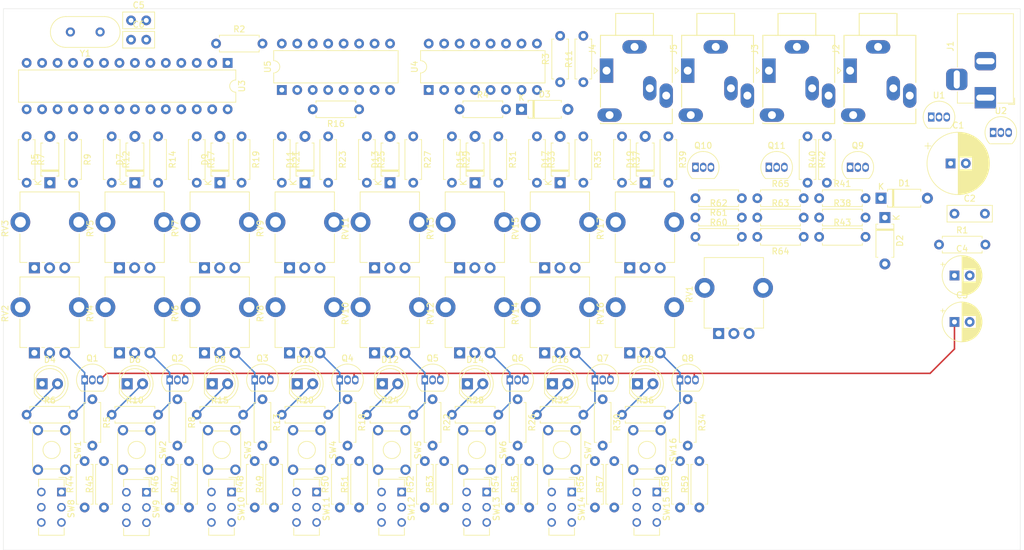
<source format=kicad_pcb>
(kicad_pcb (version 20171130) (host pcbnew 5.1.10-1.fc34)
  (layers (0 F.Cu signal) (31 B.Cu signal) (34 B.Paste user) (35 F.Paste user) (36 B.SilkS user) (37 F.SilkS user) (38 B.Mask user) (39 F.Mask user) (44 Edge.Cuts user))
  (net 0 "")
  (net 1 +12V)
  (net 2 GND)
  (net 3 "Net-(C3-Pad1)")
  (net 4 "Net-(C4-Pad1)")
  (net 5 "Net-(C5-Pad1)")
  (net 6 "Net-(C6-Pad1)")
  (net 7 "Net-(D1-Pad1)")
  (net 8 "Net-(D1-Pad2)")
  (net 9 "Net-(D2-Pad2)")
  (net 10 "Net-(D3-Pad1)")
  (net 11 "Net-(D4-Pad2)")
  (net 12 "Net-(D11-Pad1)")
  (net 13 "Net-(D5-Pad2)")
  (net 14 "Net-(D6-Pad2)")
  (net 15 "Net-(D7-Pad2)")
  (net 16 "Net-(D8-Pad2)")
  (net 17 "Net-(D9-Pad2)")
  (net 18 "Net-(D10-Pad2)")
  (net 19 "Net-(D11-Pad2)")
  (net 20 "Net-(D12-Pad2)")
  (net 21 "Net-(D13-Pad2)")
  (net 22 "Net-(D14-Pad2)")
  (net 23 "Net-(D15-Pad2)")
  (net 24 "Net-(D16-Pad2)")
  (net 25 "Net-(D17-Pad2)")
  (net 26 "Net-(D18-Pad2)")
  (net 27 "Net-(D19-Pad2)")
  (net 28 "Net-(J2-PadT)")
  (net 29 "Net-(J3-PadT)")
  (net 30 "Net-(J4-PadT)")
  (net 31 "Net-(J5-PadT)")
  (net 32 "Net-(Q1-Pad2)")
  (net 33 "Net-(Q1-Pad1)")
  (net 34 "Net-(Q2-Pad2)")
  (net 35 "Net-(Q2-Pad1)")
  (net 36 "Net-(Q3-Pad2)")
  (net 37 "Net-(Q3-Pad1)")
  (net 38 "Net-(Q4-Pad1)")
  (net 39 "Net-(Q4-Pad2)")
  (net 40 "Net-(Q5-Pad1)")
  (net 41 "Net-(Q5-Pad2)")
  (net 42 "Net-(Q6-Pad2)")
  (net 43 "Net-(Q6-Pad1)")
  (net 44 "Net-(Q7-Pad1)")
  (net 45 "Net-(Q7-Pad2)")
  (net 46 "Net-(Q8-Pad2)")
  (net 47 "Net-(Q8-Pad1)")
  (net 48 "Net-(Q9-Pad3)")
  (net 49 "Net-(Q9-Pad2)")
  (net 50 "Net-(Q10-Pad1)")
  (net 51 "Net-(Q10-Pad3)")
  (net 52 "Net-(Q10-Pad2)")
  (net 53 "Net-(Q11-Pad2)")
  (net 54 "Net-(Q11-Pad3)")
  (net 55 "Net-(R2-Pad1)")
  (net 56 "Net-(R11-Pad2)")
  (net 57 "Net-(R4-Pad1)")
  (net 58 "Net-(R5-Pad2)")
  (net 59 "Net-(R7-Pad2)")
  (net 60 "Net-(R8-Pad2)")
  (net 61 "Net-(R9-Pad2)")
  (net 62 "Net-(R12-Pad2)")
  (net 63 "Net-(R13-Pad2)")
  (net 64 "Net-(R14-Pad2)")
  (net 65 "Net-(R16-Pad2)")
  (net 66 "Net-(R17-Pad2)")
  (net 67 "Net-(R18-Pad2)")
  (net 68 "Net-(R19-Pad2)")
  (net 69 "Net-(R21-Pad2)")
  (net 70 "Net-(R22-Pad2)")
  (net 71 "Net-(R23-Pad2)")
  (net 72 "Net-(R25-Pad2)")
  (net 73 "Net-(R26-Pad2)")
  (net 74 "Net-(R27-Pad2)")
  (net 75 "Net-(R29-Pad2)")
  (net 76 "Net-(R30-Pad2)")
  (net 77 "Net-(R31-Pad2)")
  (net 78 "Net-(R33-Pad2)")
  (net 79 "Net-(R34-Pad2)")
  (net 80 "Net-(R35-Pad2)")
  (net 81 "Net-(R37-Pad2)")
  (net 82 "Net-(R39-Pad2)")
  (net 83 "Net-(R44-Pad1)")
  (net 84 "Net-(R45-Pad1)")
  (net 85 "Net-(R46-Pad1)")
  (net 86 "Net-(R47-Pad1)")
  (net 87 "Net-(R48-Pad1)")
  (net 88 "Net-(R49-Pad1)")
  (net 89 "Net-(R50-Pad1)")
  (net 90 "Net-(R51-Pad1)")
  (net 91 "Net-(R52-Pad1)")
  (net 92 "Net-(R53-Pad1)")
  (net 93 "Net-(R54-Pad1)")
  (net 94 "Net-(R55-Pad1)")
  (net 95 "Net-(R56-Pad1)")
  (net 96 "Net-(R57-Pad1)")
  (net 97 "Net-(R58-Pad1)")
  (net 98 "Net-(R59-Pad1)")
  (net 99 "Net-(R64-Pad2)")
  (net 100 "Net-(RV1-Pad2)")
  (net 101 "Net-(SW8-Pad2)")
  (net 102 "Net-(SW9-Pad2)")
  (net 103 "Net-(SW10-Pad2)")
  (net 104 "Net-(SW11-Pad2)")
  (net 105 "Net-(SW12-Pad2)")
  (net 106 "Net-(SW13-Pad2)")
  (net 107 "Net-(SW14-Pad2)")
  (net 108 "Net-(SW15-Pad2)")
  (net 109 "Net-(U3-Pad16)")
  (net 110 "Net-(U3-Pad17)")
  (net 111 "Net-(U3-Pad18)")
  (net 112 "Net-(U3-Pad11)")
  (net 113 "Net-(U3-Pad12)")
  (net 114 "Net-(U3-Pad13)")
  (module Capacitor_THT:CP_Radial_D6.3mm_P2.50mm (layer F.Cu) (at 247.65 64.77)
    (fp_text reference C3 (at 1.25 -4.4) (layer F.SilkS))
    (fp_text value 100uF)
    (pad 2 thru_hole circle (at 2.5 0) (size 1.6 1.6) (drill 0.8) (layers *.Cu *.Mask) (net 2 GND))
    (pad 1 thru_hole rect (at 0 0) (size 1.6 1.6) (drill 0.8) (layers *.Cu *.Mask) (net 3 "Net-(C3-Pad1)"))
  )
  (module Capacitor_THT:CP_Radial_D6.3mm_P2.50mm (layer F.Cu) (at 247.65 57.15)
    (fp_text reference C4 (at 1.25 -4.4) (layer F.SilkS))
    (fp_text value 100uF)
    (pad 1 thru_hole rect (at 0 0) (size 1.6 1.6) (drill 0.8) (layers *.Cu *.Mask) (net 4 "Net-(C4-Pad1)"))
    (pad 2 thru_hole circle (at 2.5 0) (size 1.6 1.6) (drill 0.8) (layers *.Cu *.Mask) (net 2 GND))
  )
  (module LED_THT:LED_D5.0mm (layer F.Cu) (at 97.79 74.93)
    (fp_text reference D4 (at 1.27 -3.96) (layer F.SilkS))
    (fp_text value "red LED")
    (pad 1 thru_hole rect (at 0 0) (size 1.8 1.8) (drill 0.9) (layers *.Cu *.Mask) (net 2 GND))
    (pad 2 thru_hole circle (at 2.54 0) (size 1.8 1.8) (drill 0.9) (layers *.Cu *.Mask) (net 11 "Net-(D4-Pad2)"))
  )
  (module LED_THT:LED_D5.0mm (layer F.Cu) (at 111.76 74.93)
    (fp_text reference D6 (at 1.27 -3.96) (layer F.SilkS))
    (fp_text value "red LED")
    (pad 2 thru_hole circle (at 2.54 0) (size 1.8 1.8) (drill 0.9) (layers *.Cu *.Mask) (net 14 "Net-(D6-Pad2)"))
    (pad 1 thru_hole rect (at 0 0) (size 1.8 1.8) (drill 0.9) (layers *.Cu *.Mask) (net 2 GND))
  )
  (module LED_THT:LED_D5.0mm (layer F.Cu) (at 125.73 74.93)
    (fp_text reference D8 (at 1.27 -3.96) (layer F.SilkS))
    (fp_text value "red LED")
    (pad 1 thru_hole rect (at 0 0) (size 1.8 1.8) (drill 0.9) (layers *.Cu *.Mask) (net 2 GND))
    (pad 2 thru_hole circle (at 2.54 0) (size 1.8 1.8) (drill 0.9) (layers *.Cu *.Mask) (net 16 "Net-(D8-Pad2)"))
  )
  (module LED_THT:LED_D5.0mm (layer F.Cu) (at 139.7 74.93)
    (fp_text reference D10 (at 1.27 -3.96) (layer F.SilkS))
    (fp_text value "red LED")
    (pad 2 thru_hole circle (at 2.54 0) (size 1.8 1.8) (drill 0.9) (layers *.Cu *.Mask) (net 18 "Net-(D10-Pad2)"))
    (pad 1 thru_hole rect (at 0 0) (size 1.8 1.8) (drill 0.9) (layers *.Cu *.Mask) (net 2 GND))
  )
  (module LED_THT:LED_D5.0mm (layer F.Cu) (at 153.67 74.93)
    (fp_text reference D12 (at 1.27 -3.96) (layer F.SilkS))
    (fp_text value "red LED")
    (pad 2 thru_hole circle (at 2.54 0) (size 1.8 1.8) (drill 0.9) (layers *.Cu *.Mask) (net 20 "Net-(D12-Pad2)"))
    (pad 1 thru_hole rect (at 0 0) (size 1.8 1.8) (drill 0.9) (layers *.Cu *.Mask) (net 2 GND))
  )
  (module LED_THT:LED_D5.0mm (layer F.Cu) (at 167.64 74.93)
    (fp_text reference D14 (at 1.27 -3.96) (layer F.SilkS))
    (fp_text value "red LED")
    (pad 1 thru_hole rect (at 0 0) (size 1.8 1.8) (drill 0.9) (layers *.Cu *.Mask) (net 2 GND))
    (pad 2 thru_hole circle (at 2.54 0) (size 1.8 1.8) (drill 0.9) (layers *.Cu *.Mask) (net 22 "Net-(D14-Pad2)"))
  )
  (module LED_THT:LED_D5.0mm (layer F.Cu) (at 181.61 74.93)
    (fp_text reference D16 (at 1.27 -3.96) (layer F.SilkS))
    (fp_text value "red LED")
    (pad 1 thru_hole rect (at 0 0) (size 1.8 1.8) (drill 0.9) (layers *.Cu *.Mask) (net 2 GND))
    (pad 2 thru_hole circle (at 2.54 0) (size 1.8 1.8) (drill 0.9) (layers *.Cu *.Mask) (net 24 "Net-(D16-Pad2)"))
  )
  (module LED_THT:LED_D5.0mm (layer F.Cu) (at 195.58 74.93)
    (fp_text reference D18 (at 1.27 -3.96) (layer F.SilkS))
    (fp_text value "red LED")
    (pad 2 thru_hole circle (at 2.54 0) (size 1.8 1.8) (drill 0.9) (layers *.Cu *.Mask) (net 26 "Net-(D18-Pad2)"))
    (pad 1 thru_hole rect (at 0 0) (size 1.8 1.8) (drill 0.9) (layers *.Cu *.Mask) (net 2 GND))
  )
  (module Connector_BarrelJack:BarrelJack_Horizontal (layer F.Cu) (at 252.73 27.94 270)
    (fp_text reference J1 (at -8.45 5.75 90) (layer F.SilkS))
    (fp_text value Jack-DC)
    (pad 1 thru_hole rect (at 0 0 270) (size 3.5 3.5) (drill oval 1 3) (layers *.Cu *.Mask) (net 1 +12V))
    (pad 2 thru_hole roundrect (at -6 0 270) (size 3 3.5) (drill oval 1 3) (layers *.Cu *.Mask) (net 2 GND))
    (pad 3 thru_hole roundrect (at -3 4.7 270) (size 3.5 3.5) (drill oval 3 1) (layers *.Cu *.Mask))
  )
  (module Package_TO_SOT_THT:TO-92_Inline (layer F.Cu) (at 104.775 74.295)
    (fp_text reference Q1 (at 1.27 -3.56) (layer F.SilkS))
    (fp_text value 2N3904)
    (pad 2 thru_hole oval (at 1.27 0) (size 1.05 1.5) (drill 0.75) (layers *.Cu *.Mask) (net 32 "Net-(Q1-Pad2)"))
    (pad 3 thru_hole oval (at 2.54 0) (size 1.05 1.5) (drill 0.75) (layers *.Cu *.Mask) (net 3 "Net-(C3-Pad1)"))
    (pad 1 thru_hole rect (at 0 0) (size 1.05 1.5) (drill 0.75) (layers *.Cu *.Mask) (net 33 "Net-(Q1-Pad1)"))
  )
  (module Package_TO_SOT_THT:TO-92_Inline (layer F.Cu) (at 118.745 74.295)
    (fp_text reference Q2 (at 1.27 -3.56) (layer F.SilkS))
    (fp_text value 2N3904)
    (pad 2 thru_hole oval (at 1.27 0) (size 1.05 1.5) (drill 0.75) (layers *.Cu *.Mask) (net 34 "Net-(Q2-Pad2)"))
    (pad 3 thru_hole oval (at 2.54 0) (size 1.05 1.5) (drill 0.75) (layers *.Cu *.Mask) (net 3 "Net-(C3-Pad1)"))
    (pad 1 thru_hole rect (at 0 0) (size 1.05 1.5) (drill 0.75) (layers *.Cu *.Mask) (net 35 "Net-(Q2-Pad1)"))
  )
  (module Package_TO_SOT_THT:TO-92_Inline (layer F.Cu) (at 132.715 74.295)
    (fp_text reference Q3 (at 1.27 -3.56) (layer F.SilkS))
    (fp_text value 2N3904)
    (pad 2 thru_hole oval (at 1.27 0) (size 1.05 1.5) (drill 0.75) (layers *.Cu *.Mask) (net 36 "Net-(Q3-Pad2)"))
    (pad 3 thru_hole oval (at 2.54 0) (size 1.05 1.5) (drill 0.75) (layers *.Cu *.Mask) (net 3 "Net-(C3-Pad1)"))
    (pad 1 thru_hole rect (at 0 0) (size 1.05 1.5) (drill 0.75) (layers *.Cu *.Mask) (net 37 "Net-(Q3-Pad1)"))
  )
  (module Package_TO_SOT_THT:TO-92_Inline (layer F.Cu) (at 146.685 74.295)
    (fp_text reference Q4 (at 1.27 -3.56) (layer F.SilkS))
    (fp_text value 2N3904)
    (pad 1 thru_hole rect (at 0 0) (size 1.05 1.5) (drill 0.75) (layers *.Cu *.Mask) (net 38 "Net-(Q4-Pad1)"))
    (pad 3 thru_hole oval (at 2.54 0) (size 1.05 1.5) (drill 0.75) (layers *.Cu *.Mask) (net 3 "Net-(C3-Pad1)"))
    (pad 2 thru_hole oval (at 1.27 0) (size 1.05 1.5) (drill 0.75) (layers *.Cu *.Mask) (net 39 "Net-(Q4-Pad2)"))
  )
  (module Package_TO_SOT_THT:TO-92_Inline (layer F.Cu) (at 160.655 74.295)
    (fp_text reference Q5 (at 1.27 -3.56) (layer F.SilkS))
    (fp_text value 2N3904)
    (pad 1 thru_hole rect (at 0 0) (size 1.05 1.5) (drill 0.75) (layers *.Cu *.Mask) (net 40 "Net-(Q5-Pad1)"))
    (pad 3 thru_hole oval (at 2.54 0) (size 1.05 1.5) (drill 0.75) (layers *.Cu *.Mask) (net 3 "Net-(C3-Pad1)"))
    (pad 2 thru_hole oval (at 1.27 0) (size 1.05 1.5) (drill 0.75) (layers *.Cu *.Mask) (net 41 "Net-(Q5-Pad2)"))
  )
  (module Package_TO_SOT_THT:TO-92_Inline (layer F.Cu) (at 174.625 74.295)
    (fp_text reference Q6 (at 1.27 -3.56) (layer F.SilkS))
    (fp_text value 2N3904)
    (pad 2 thru_hole oval (at 1.27 0) (size 1.05 1.5) (drill 0.75) (layers *.Cu *.Mask) (net 42 "Net-(Q6-Pad2)"))
    (pad 3 thru_hole oval (at 2.54 0) (size 1.05 1.5) (drill 0.75) (layers *.Cu *.Mask) (net 3 "Net-(C3-Pad1)"))
    (pad 1 thru_hole rect (at 0 0) (size 1.05 1.5) (drill 0.75) (layers *.Cu *.Mask) (net 43 "Net-(Q6-Pad1)"))
  )
  (module Package_TO_SOT_THT:TO-92_Inline (layer F.Cu) (at 188.595 74.295)
    (fp_text reference Q7 (at 1.27 -3.56) (layer F.SilkS))
    (fp_text value 2N3904)
    (pad 1 thru_hole rect (at 0 0) (size 1.05 1.5) (drill 0.75) (layers *.Cu *.Mask) (net 44 "Net-(Q7-Pad1)"))
    (pad 3 thru_hole oval (at 2.54 0) (size 1.05 1.5) (drill 0.75) (layers *.Cu *.Mask) (net 3 "Net-(C3-Pad1)"))
    (pad 2 thru_hole oval (at 1.27 0) (size 1.05 1.5) (drill 0.75) (layers *.Cu *.Mask) (net 45 "Net-(Q7-Pad2)"))
  )
  (module Package_TO_SOT_THT:TO-92_Inline (layer F.Cu) (at 202.565 74.295)
    (fp_text reference Q8 (at 1.27 -3.56) (layer F.SilkS))
    (fp_text value 2N3904)
    (pad 2 thru_hole oval (at 1.27 0) (size 1.05 1.5) (drill 0.75) (layers *.Cu *.Mask) (net 46 "Net-(Q8-Pad2)"))
    (pad 3 thru_hole oval (at 2.54 0) (size 1.05 1.5) (drill 0.75) (layers *.Cu *.Mask) (net 3 "Net-(C3-Pad1)"))
    (pad 1 thru_hole rect (at 0 0) (size 1.05 1.5) (drill 0.75) (layers *.Cu *.Mask) (net 47 "Net-(Q8-Pad1)"))
  )
  (module Package_TO_SOT_THT:TO-92_Inline (layer F.Cu) (at 230.505 39.37)
    (fp_text reference Q9 (at 1.27 -3.56) (layer F.SilkS))
    (fp_text value 2N3904)
    (pad 1 thru_hole rect (at 0 0) (size 1.05 1.5) (drill 0.75) (layers *.Cu *.Mask) (net 29 "Net-(J3-PadT)"))
    (pad 3 thru_hole oval (at 2.54 0) (size 1.05 1.5) (drill 0.75) (layers *.Cu *.Mask) (net 48 "Net-(Q9-Pad3)"))
    (pad 2 thru_hole oval (at 1.27 0) (size 1.05 1.5) (drill 0.75) (layers *.Cu *.Mask) (net 49 "Net-(Q9-Pad2)"))
  )
  (module Package_TO_SOT_THT:TO-92_Inline (layer F.Cu) (at 205.105 39.37)
    (fp_text reference Q10 (at 1.27 -3.56) (layer F.SilkS))
    (fp_text value 2N3904)
    (pad 1 thru_hole rect (at 0 0) (size 1.05 1.5) (drill 0.75) (layers *.Cu *.Mask) (net 50 "Net-(Q10-Pad1)"))
    (pad 3 thru_hole oval (at 2.54 0) (size 1.05 1.5) (drill 0.75) (layers *.Cu *.Mask) (net 51 "Net-(Q10-Pad3)"))
    (pad 2 thru_hole oval (at 1.27 0) (size 1.05 1.5) (drill 0.75) (layers *.Cu *.Mask) (net 52 "Net-(Q10-Pad2)"))
  )
  (module Package_TO_SOT_THT:TO-92_Inline (layer F.Cu) (at 217.17 39.37)
    (fp_text reference Q11 (at 1.27 -3.56) (layer F.SilkS))
    (fp_text value 2N3904)
    (pad 2 thru_hole oval (at 1.27 0) (size 1.05 1.5) (drill 0.75) (layers *.Cu *.Mask) (net 53 "Net-(Q11-Pad2)"))
    (pad 3 thru_hole oval (at 2.54 0) (size 1.05 1.5) (drill 0.75) (layers *.Cu *.Mask) (net 54 "Net-(Q11-Pad3)"))
    (pad 1 thru_hole rect (at 0 0) (size 1.05 1.5) (drill 0.75) (layers *.Cu *.Mask) (net 31 "Net-(J5-PadT)"))
  )
  (module Resistor_THT:R_Axial_DIN0207_L6.3mm_D2.5mm_P7.62mm_Horizontal (layer F.Cu) (at 245.11 52.07)
    (fp_text reference R1 (at 3.81 -2.37) (layer F.SilkS))
    (fp_text value 2m)
    (pad 1 thru_hole circle (at 0 0) (size 1.6 1.6) (drill 0.8) (layers *.Cu *.Mask) (net 4 "Net-(C4-Pad1)"))
    (pad 2 thru_hole oval (at 7.62 0) (size 1.6 1.6) (drill 0.8) (layers *.Cu *.Mask) (net 2 GND))
  )
  (module Resistor_THT:R_Axial_DIN0207_L6.3mm_D2.5mm_P7.62mm_Horizontal (layer F.Cu) (at 126.365 19.05)
    (fp_text reference R2 (at 3.81 -2.37) (layer F.SilkS))
    (fp_text value 10k)
    (pad 2 thru_hole oval (at 7.62 0) (size 1.6 1.6) (drill 0.8) (layers *.Cu *.Mask) (net 4 "Net-(C4-Pad1)"))
    (pad 1 thru_hole circle (at 0 0) (size 1.6 1.6) (drill 0.8) (layers *.Cu *.Mask) (net 55 "Net-(R2-Pad1)"))
  )
  (module Resistor_THT:R_Axial_DIN0207_L6.3mm_D2.5mm_P7.62mm_Horizontal (layer F.Cu) (at 182.88 25.4 90)
    (fp_text reference R3 (at 3.81 -2.37 90) (layer F.SilkS))
    (fp_text value 1k)
    (pad 1 thru_hole circle (at 0 0 90) (size 1.6 1.6) (drill 0.8) (layers *.Cu *.Mask) (net 9 "Net-(D2-Pad2)"))
    (pad 2 thru_hole oval (at 7.62 0 90) (size 1.6 1.6) (drill 0.8) (layers *.Cu *.Mask) (net 56 "Net-(R11-Pad2)"))
  )
  (module Resistor_THT:R_Axial_DIN0207_L6.3mm_D2.5mm_P7.62mm_Horizontal (layer F.Cu) (at 166.37 29.845)
    (fp_text reference R4 (at 3.81 -2.37) (layer F.SilkS))
    (fp_text value 1k)
    (pad 2 thru_hole oval (at 7.62 0) (size 1.6 1.6) (drill 0.8) (layers *.Cu *.Mask) (net 10 "Net-(D3-Pad1)"))
    (pad 1 thru_hole circle (at 0 0) (size 1.6 1.6) (drill 0.8) (layers *.Cu *.Mask) (net 57 "Net-(R4-Pad1)"))
  )
  (module Resistor_THT:R_Axial_DIN0207_L6.3mm_D2.5mm_P7.62mm_Horizontal (layer F.Cu) (at 106.045 77.47 270)
    (fp_text reference R5 (at 3.81 -2.37 90) (layer F.SilkS))
    (fp_text value 100k)
    (pad 1 thru_hole circle (at 0 0 270) (size 1.6 1.6) (drill 0.8) (layers *.Cu *.Mask) (net 32 "Net-(Q1-Pad2)"))
    (pad 2 thru_hole oval (at 7.62 0 270) (size 1.6 1.6) (drill 0.8) (layers *.Cu *.Mask) (net 58 "Net-(R5-Pad2)"))
  )
  (module Resistor_THT:R_Axial_DIN0207_L6.3mm_D2.5mm_P7.62mm_Horizontal (layer F.Cu) (at 95.25 80.01)
    (fp_text reference R6 (at 3.81 -2.37) (layer F.SilkS))
    (fp_text value 3k)
    (pad 1 thru_hole circle (at 0 0) (size 1.6 1.6) (drill 0.8) (layers *.Cu *.Mask) (net 11 "Net-(D4-Pad2)"))
    (pad 2 thru_hole oval (at 7.62 0) (size 1.6 1.6) (drill 0.8) (layers *.Cu *.Mask) (net 33 "Net-(Q1-Pad1)"))
  )
  (module Resistor_THT:R_Axial_DIN0207_L6.3mm_D2.5mm_P7.62mm_Horizontal (layer F.Cu) (at 95.25 34.29 270)
    (fp_text reference R7 (at 3.81 -2.37 90) (layer F.SilkS))
    (fp_text value 1k)
    (pad 1 thru_hole circle (at 0 0 270) (size 1.6 1.6) (drill 0.8) (layers *.Cu *.Mask) (net 13 "Net-(D5-Pad2)"))
    (pad 2 thru_hole oval (at 7.62 0 270) (size 1.6 1.6) (drill 0.8) (layers *.Cu *.Mask) (net 59 "Net-(R7-Pad2)"))
  )
  (module Resistor_THT:R_Axial_DIN0207_L6.3mm_D2.5mm_P7.62mm_Horizontal (layer F.Cu) (at 120.015 77.47 270)
    (fp_text reference R8 (at 3.81 -2.37 90) (layer F.SilkS))
    (fp_text value 100k)
    (pad 2 thru_hole oval (at 7.62 0 270) (size 1.6 1.6) (drill 0.8) (layers *.Cu *.Mask) (net 60 "Net-(R8-Pad2)"))
    (pad 1 thru_hole circle (at 0 0 270) (size 1.6 1.6) (drill 0.8) (layers *.Cu *.Mask) (net 34 "Net-(Q2-Pad2)"))
  )
  (module Resistor_THT:R_Axial_DIN0207_L6.3mm_D2.5mm_P7.62mm_Horizontal (layer F.Cu) (at 102.87 34.29 270)
    (fp_text reference R9 (at 3.81 -2.37 90) (layer F.SilkS))
    (fp_text value 10k)
    (pad 1 thru_hole circle (at 0 0 270) (size 1.6 1.6) (drill 0.8) (layers *.Cu *.Mask) (net 13 "Net-(D5-Pad2)"))
    (pad 2 thru_hole oval (at 7.62 0 270) (size 1.6 1.6) (drill 0.8) (layers *.Cu *.Mask) (net 61 "Net-(R9-Pad2)"))
  )
  (module Resistor_THT:R_Axial_DIN0207_L6.3mm_D2.5mm_P7.62mm_Horizontal (layer F.Cu) (at 109.22 80.01)
    (fp_text reference R10 (at 3.81 -2.37) (layer F.SilkS))
    (fp_text value 3k)
    (pad 1 thru_hole circle (at 0 0) (size 1.6 1.6) (drill 0.8) (layers *.Cu *.Mask) (net 14 "Net-(D6-Pad2)"))
    (pad 2 thru_hole oval (at 7.62 0) (size 1.6 1.6) (drill 0.8) (layers *.Cu *.Mask) (net 35 "Net-(Q2-Pad1)"))
  )
  (module Resistor_THT:R_Axial_DIN0207_L6.3mm_D2.5mm_P7.62mm_Horizontal (layer F.Cu) (at 186.69 25.4 90)
    (fp_text reference R11 (at 3.81 -2.37 90) (layer F.SilkS))
    (fp_text value 10k)
    (pad 1 thru_hole circle (at 0 0 90) (size 1.6 1.6) (drill 0.8) (layers *.Cu *.Mask) (net 2 GND))
    (pad 2 thru_hole oval (at 7.62 0 90) (size 1.6 1.6) (drill 0.8) (layers *.Cu *.Mask) (net 56 "Net-(R11-Pad2)"))
  )
  (module Resistor_THT:R_Axial_DIN0207_L6.3mm_D2.5mm_P7.62mm_Horizontal (layer F.Cu) (at 109.22 34.29 270)
    (fp_text reference R12 (at 3.81 -2.37 90) (layer F.SilkS))
    (fp_text value 1k)
    (pad 1 thru_hole circle (at 0 0 270) (size 1.6 1.6) (drill 0.8) (layers *.Cu *.Mask) (net 15 "Net-(D7-Pad2)"))
    (pad 2 thru_hole oval (at 7.62 0 270) (size 1.6 1.6) (drill 0.8) (layers *.Cu *.Mask) (net 62 "Net-(R12-Pad2)"))
  )
  (module Resistor_THT:R_Axial_DIN0207_L6.3mm_D2.5mm_P7.62mm_Horizontal (layer F.Cu) (at 133.985 77.47 270)
    (fp_text reference R13 (at 3.81 -2.37 90) (layer F.SilkS))
    (fp_text value 100k)
    (pad 2 thru_hole oval (at 7.62 0 270) (size 1.6 1.6) (drill 0.8) (layers *.Cu *.Mask) (net 63 "Net-(R13-Pad2)"))
    (pad 1 thru_hole circle (at 0 0 270) (size 1.6 1.6) (drill 0.8) (layers *.Cu *.Mask) (net 36 "Net-(Q3-Pad2)"))
  )
  (module Resistor_THT:R_Axial_DIN0207_L6.3mm_D2.5mm_P7.62mm_Horizontal (layer F.Cu) (at 116.84 34.29 270)
    (fp_text reference R14 (at 3.81 -2.37 90) (layer F.SilkS))
    (fp_text value 10k)
    (pad 2 thru_hole oval (at 7.62 0 270) (size 1.6 1.6) (drill 0.8) (layers *.Cu *.Mask) (net 64 "Net-(R14-Pad2)"))
    (pad 1 thru_hole circle (at 0 0 270) (size 1.6 1.6) (drill 0.8) (layers *.Cu *.Mask) (net 15 "Net-(D7-Pad2)"))
  )
  (module Resistor_THT:R_Axial_DIN0207_L6.3mm_D2.5mm_P7.62mm_Horizontal (layer F.Cu) (at 123.19 80.01)
    (fp_text reference R15 (at 3.81 -2.37) (layer F.SilkS))
    (fp_text value 3k)
    (pad 2 thru_hole oval (at 7.62 0) (size 1.6 1.6) (drill 0.8) (layers *.Cu *.Mask) (net 37 "Net-(Q3-Pad1)"))
    (pad 1 thru_hole circle (at 0 0) (size 1.6 1.6) (drill 0.8) (layers *.Cu *.Mask) (net 16 "Net-(D8-Pad2)"))
  )
  (module Resistor_THT:R_Axial_DIN0207_L6.3mm_D2.5mm_P7.62mm_Horizontal (layer F.Cu) (at 149.86 29.845 180)
    (fp_text reference R16 (at 3.81 -2.37) (layer F.SilkS))
    (fp_text value 50k)
    (pad 2 thru_hole oval (at 7.62 0 180) (size 1.6 1.6) (drill 0.8) (layers *.Cu *.Mask) (net 65 "Net-(R16-Pad2)"))
    (pad 1 thru_hole circle (at 0 0 180) (size 1.6 1.6) (drill 0.8) (layers *.Cu *.Mask) (net 2 GND))
  )
  (module Resistor_THT:R_Axial_DIN0207_L6.3mm_D2.5mm_P7.62mm_Horizontal (layer F.Cu) (at 123.19 34.29 270)
    (fp_text reference R17 (at 3.81 -2.37 90) (layer F.SilkS))
    (fp_text value 1k)
    (pad 2 thru_hole oval (at 7.62 0 270) (size 1.6 1.6) (drill 0.8) (layers *.Cu *.Mask) (net 66 "Net-(R17-Pad2)"))
    (pad 1 thru_hole circle (at 0 0 270) (size 1.6 1.6) (drill 0.8) (layers *.Cu *.Mask) (net 17 "Net-(D9-Pad2)"))
  )
  (module Resistor_THT:R_Axial_DIN0207_L6.3mm_D2.5mm_P7.62mm_Horizontal (layer F.Cu) (at 147.955 77.47 270)
    (fp_text reference R18 (at 3.81 -2.37 90) (layer F.SilkS))
    (fp_text value 100k)
    (pad 2 thru_hole oval (at 7.62 0 270) (size 1.6 1.6) (drill 0.8) (layers *.Cu *.Mask) (net 67 "Net-(R18-Pad2)"))
    (pad 1 thru_hole circle (at 0 0 270) (size 1.6 1.6) (drill 0.8) (layers *.Cu *.Mask) (net 39 "Net-(Q4-Pad2)"))
  )
  (module Resistor_THT:R_Axial_DIN0207_L6.3mm_D2.5mm_P7.62mm_Horizontal (layer F.Cu) (at 130.555001 34.29 270)
    (fp_text reference R19 (at 3.81 -2.37 90) (layer F.SilkS))
    (fp_text value 10k)
    (pad 1 thru_hole circle (at 0 0 270) (size 1.6 1.6) (drill 0.8) (layers *.Cu *.Mask) (net 17 "Net-(D9-Pad2)"))
    (pad 2 thru_hole oval (at 7.62 0 270) (size 1.6 1.6) (drill 0.8) (layers *.Cu *.Mask) (net 68 "Net-(R19-Pad2)"))
  )
  (module Resistor_THT:R_Axial_DIN0207_L6.3mm_D2.5mm_P7.62mm_Horizontal (layer F.Cu) (at 137.16 80.01)
    (fp_text reference R20 (at 3.81 -2.37) (layer F.SilkS))
    (fp_text value 3k)
    (pad 2 thru_hole oval (at 7.62 0) (size 1.6 1.6) (drill 0.8) (layers *.Cu *.Mask) (net 38 "Net-(Q4-Pad1)"))
    (pad 1 thru_hole circle (at 0 0) (size 1.6 1.6) (drill 0.8) (layers *.Cu *.Mask) (net 18 "Net-(D10-Pad2)"))
  )
  (module Resistor_THT:R_Axial_DIN0207_L6.3mm_D2.5mm_P7.62mm_Horizontal (layer F.Cu) (at 137.16 34.29 270)
    (fp_text reference R21 (at 3.81 -2.37 90) (layer F.SilkS))
    (fp_text value 1k)
    (pad 1 thru_hole circle (at 0 0 270) (size 1.6 1.6) (drill 0.8) (layers *.Cu *.Mask) (net 19 "Net-(D11-Pad2)"))
    (pad 2 thru_hole oval (at 7.62 0 270) (size 1.6 1.6) (drill 0.8) (layers *.Cu *.Mask) (net 69 "Net-(R21-Pad2)"))
  )
  (module Resistor_THT:R_Axial_DIN0207_L6.3mm_D2.5mm_P7.62mm_Horizontal (layer F.Cu) (at 161.925 77.47 270)
    (fp_text reference R22 (at 3.81 -2.37 90) (layer F.SilkS))
    (fp_text value 100k)
    (pad 2 thru_hole oval (at 7.62 0 270) (size 1.6 1.6) (drill 0.8) (layers *.Cu *.Mask) (net 70 "Net-(R22-Pad2)"))
    (pad 1 thru_hole circle (at 0 0 270) (size 1.6 1.6) (drill 0.8) (layers *.Cu *.Mask) (net 41 "Net-(Q5-Pad2)"))
  )
  (module Resistor_THT:R_Axial_DIN0207_L6.3mm_D2.5mm_P7.62mm_Horizontal (layer F.Cu) (at 144.78 34.29 270)
    (fp_text reference R23 (at 3.81 -2.37 90) (layer F.SilkS))
    (fp_text value 10k)
    (pad 1 thru_hole circle (at 0 0 270) (size 1.6 1.6) (drill 0.8) (layers *.Cu *.Mask) (net 19 "Net-(D11-Pad2)"))
    (pad 2 thru_hole oval (at 7.62 0 270) (size 1.6 1.6) (drill 0.8) (layers *.Cu *.Mask) (net 71 "Net-(R23-Pad2)"))
  )
  (module Resistor_THT:R_Axial_DIN0207_L6.3mm_D2.5mm_P7.62mm_Horizontal (layer F.Cu) (at 151.13 80.01)
    (fp_text reference R24 (at 3.81 -2.37) (layer F.SilkS))
    (fp_text value 3k)
    (pad 1 thru_hole circle (at 0 0) (size 1.6 1.6) (drill 0.8) (layers *.Cu *.Mask) (net 20 "Net-(D12-Pad2)"))
    (pad 2 thru_hole oval (at 7.62 0) (size 1.6 1.6) (drill 0.8) (layers *.Cu *.Mask) (net 40 "Net-(Q5-Pad1)"))
  )
  (module Resistor_THT:R_Axial_DIN0207_L6.3mm_D2.5mm_P7.62mm_Horizontal (layer F.Cu) (at 151.13 34.29 270)
    (fp_text reference R25 (at 3.81 -2.37 90) (layer F.SilkS))
    (fp_text value 1k)
    (pad 1 thru_hole circle (at 0 0 270) (size 1.6 1.6) (drill 0.8) (layers *.Cu *.Mask) (net 21 "Net-(D13-Pad2)"))
    (pad 2 thru_hole oval (at 7.62 0 270) (size 1.6 1.6) (drill 0.8) (layers *.Cu *.Mask) (net 72 "Net-(R25-Pad2)"))
  )
  (module Resistor_THT:R_Axial_DIN0207_L6.3mm_D2.5mm_P7.62mm_Horizontal (layer F.Cu) (at 175.895 77.47 270)
    (fp_text reference R26 (at 3.81 -2.37 90) (layer F.SilkS))
    (fp_text value 100k)
    (pad 1 thru_hole circle (at 0 0 270) (size 1.6 1.6) (drill 0.8) (layers *.Cu *.Mask) (net 42 "Net-(Q6-Pad2)"))
    (pad 2 thru_hole oval (at 7.62 0 270) (size 1.6 1.6) (drill 0.8) (layers *.Cu *.Mask) (net 73 "Net-(R26-Pad2)"))
  )
  (module Resistor_THT:R_Axial_DIN0207_L6.3mm_D2.5mm_P7.62mm_Horizontal (layer F.Cu) (at 158.75 34.29 270)
    (fp_text reference R27 (at 3.81 -2.37 90) (layer F.SilkS))
    (fp_text value 10k)
    (pad 2 thru_hole oval (at 7.62 0 270) (size 1.6 1.6) (drill 0.8) (layers *.Cu *.Mask) (net 74 "Net-(R27-Pad2)"))
    (pad 1 thru_hole circle (at 0 0 270) (size 1.6 1.6) (drill 0.8) (layers *.Cu *.Mask) (net 21 "Net-(D13-Pad2)"))
  )
  (module Resistor_THT:R_Axial_DIN0207_L6.3mm_D2.5mm_P7.62mm_Horizontal (layer F.Cu) (at 165.1 80.01)
    (fp_text reference R28 (at 3.81 -2.37) (layer F.SilkS))
    (fp_text value 3k)
    (pad 2 thru_hole oval (at 7.62 0) (size 1.6 1.6) (drill 0.8) (layers *.Cu *.Mask) (net 43 "Net-(Q6-Pad1)"))
    (pad 1 thru_hole circle (at 0 0) (size 1.6 1.6) (drill 0.8) (layers *.Cu *.Mask) (net 22 "Net-(D14-Pad2)"))
  )
  (module Resistor_THT:R_Axial_DIN0207_L6.3mm_D2.5mm_P7.62mm_Horizontal (layer F.Cu) (at 165.1 34.29 270)
    (fp_text reference R29 (at 3.81 -2.37 90) (layer F.SilkS))
    (fp_text value 1k)
    (pad 1 thru_hole circle (at 0 0 270) (size 1.6 1.6) (drill 0.8) (layers *.Cu *.Mask) (net 23 "Net-(D15-Pad2)"))
    (pad 2 thru_hole oval (at 7.62 0 270) (size 1.6 1.6) (drill 0.8) (layers *.Cu *.Mask) (net 75 "Net-(R29-Pad2)"))
  )
  (module Resistor_THT:R_Axial_DIN0207_L6.3mm_D2.5mm_P7.62mm_Horizontal (layer F.Cu) (at 189.865 77.47 270)
    (fp_text reference R30 (at 3.81 -2.37 90) (layer F.SilkS))
    (fp_text value 100k)
    (pad 2 thru_hole oval (at 7.62 0 270) (size 1.6 1.6) (drill 0.8) (layers *.Cu *.Mask) (net 76 "Net-(R30-Pad2)"))
    (pad 1 thru_hole circle (at 0 0 270) (size 1.6 1.6) (drill 0.8) (layers *.Cu *.Mask) (net 45 "Net-(Q7-Pad2)"))
  )
  (module Resistor_THT:R_Axial_DIN0207_L6.3mm_D2.5mm_P7.62mm_Horizontal (layer F.Cu) (at 172.72 34.29 270)
    (fp_text reference R31 (at 3.81 -2.37 90) (layer F.SilkS))
    (fp_text value 10k)
    (pad 1 thru_hole circle (at 0 0 270) (size 1.6 1.6) (drill 0.8) (layers *.Cu *.Mask) (net 23 "Net-(D15-Pad2)"))
    (pad 2 thru_hole oval (at 7.62 0 270) (size 1.6 1.6) (drill 0.8) (layers *.Cu *.Mask) (net 77 "Net-(R31-Pad2)"))
  )
  (module Resistor_THT:R_Axial_DIN0207_L6.3mm_D2.5mm_P7.62mm_Horizontal (layer F.Cu) (at 179.07 80.01)
    (fp_text reference R32 (at 3.81 -2.37) (layer F.SilkS))
    (fp_text value 3k)
    (pad 1 thru_hole circle (at 0 0) (size 1.6 1.6) (drill 0.8) (layers *.Cu *.Mask) (net 24 "Net-(D16-Pad2)"))
    (pad 2 thru_hole oval (at 7.62 0) (size 1.6 1.6) (drill 0.8) (layers *.Cu *.Mask) (net 44 "Net-(Q7-Pad1)"))
  )
  (module Resistor_THT:R_Axial_DIN0207_L6.3mm_D2.5mm_P7.62mm_Horizontal (layer F.Cu) (at 179.07 34.29 270)
    (fp_text reference R33 (at 3.81 -2.37 90) (layer F.SilkS))
    (fp_text value 1k)
    (pad 1 thru_hole circle (at 0 0 270) (size 1.6 1.6) (drill 0.8) (layers *.Cu *.Mask) (net 25 "Net-(D17-Pad2)"))
    (pad 2 thru_hole oval (at 7.62 0 270) (size 1.6 1.6) (drill 0.8) (layers *.Cu *.Mask) (net 78 "Net-(R33-Pad2)"))
  )
  (module Resistor_THT:R_Axial_DIN0207_L6.3mm_D2.5mm_P7.62mm_Horizontal (layer F.Cu) (at 203.835 77.47 270)
    (fp_text reference R34 (at 3.81 -2.37 90) (layer F.SilkS))
    (fp_text value 100k)
    (pad 1 thru_hole circle (at 0 0 270) (size 1.6 1.6) (drill 0.8) (layers *.Cu *.Mask) (net 46 "Net-(Q8-Pad2)"))
    (pad 2 thru_hole oval (at 7.62 0 270) (size 1.6 1.6) (drill 0.8) (layers *.Cu *.Mask) (net 79 "Net-(R34-Pad2)"))
  )
  (module Resistor_THT:R_Axial_DIN0207_L6.3mm_D2.5mm_P7.62mm_Horizontal (layer F.Cu) (at 186.69 34.29 270)
    (fp_text reference R35 (at 3.81 -2.37 90) (layer F.SilkS))
    (fp_text value 10k)
    (pad 2 thru_hole oval (at 7.62 0 270) (size 1.6 1.6) (drill 0.8) (layers *.Cu *.Mask) (net 80 "Net-(R35-Pad2)"))
    (pad 1 thru_hole circle (at 0 0 270) (size 1.6 1.6) (drill 0.8) (layers *.Cu *.Mask) (net 25 "Net-(D17-Pad2)"))
  )
  (module Resistor_THT:R_Axial_DIN0207_L6.3mm_D2.5mm_P7.62mm_Horizontal (layer F.Cu) (at 193.04 80.01)
    (fp_text reference R36 (at 3.81 -2.37) (layer F.SilkS))
    (fp_text value 3k)
    (pad 2 thru_hole oval (at 7.62 0) (size 1.6 1.6) (drill 0.8) (layers *.Cu *.Mask) (net 47 "Net-(Q8-Pad1)"))
    (pad 1 thru_hole circle (at 0 0) (size 1.6 1.6) (drill 0.8) (layers *.Cu *.Mask) (net 26 "Net-(D18-Pad2)"))
  )
  (module Resistor_THT:R_Axial_DIN0207_L6.3mm_D2.5mm_P7.62mm_Horizontal (layer F.Cu) (at 193.04 34.29 270)
    (fp_text reference R37 (at 3.81 -2.37 90) (layer F.SilkS))
    (fp_text value 1k)
    (pad 2 thru_hole oval (at 7.62 0 270) (size 1.6 1.6) (drill 0.8) (layers *.Cu *.Mask) (net 81 "Net-(R37-Pad2)"))
    (pad 1 thru_hole circle (at 0 0 270) (size 1.6 1.6) (drill 0.8) (layers *.Cu *.Mask) (net 27 "Net-(D19-Pad2)"))
  )
  (module Resistor_THT:R_Axial_DIN0207_L6.3mm_D2.5mm_P7.62mm_Horizontal (layer F.Cu) (at 225.425 47.625)
    (fp_text reference R38 (at 3.81 -2.37) (layer F.SilkS))
    (fp_text value 100k)
    (pad 2 thru_hole oval (at 7.62 0) (size 1.6 1.6) (drill 0.8) (layers *.Cu *.Mask) (net 7 "Net-(D1-Pad1)"))
    (pad 1 thru_hole circle (at 0 0) (size 1.6 1.6) (drill 0.8) (layers *.Cu *.Mask) (net 49 "Net-(Q9-Pad2)"))
  )
  (module Resistor_THT:R_Axial_DIN0207_L6.3mm_D2.5mm_P7.62mm_Horizontal (layer F.Cu) (at 200.66 34.29 270)
    (fp_text reference R39 (at 3.81 -2.37 90) (layer F.SilkS))
    (fp_text value 10k)
    (pad 1 thru_hole circle (at 0 0 270) (size 1.6 1.6) (drill 0.8) (layers *.Cu *.Mask) (net 27 "Net-(D19-Pad2)"))
    (pad 2 thru_hole oval (at 7.62 0 270) (size 1.6 1.6) (drill 0.8) (layers *.Cu *.Mask) (net 82 "Net-(R39-Pad2)"))
  )
  (module Resistor_THT:R_Axial_DIN0207_L6.3mm_D2.5mm_P7.62mm_Horizontal (layer F.Cu) (at 226.695 41.91 90)
    (fp_text reference R40 (at 3.81 -2.37 90) (layer F.SilkS))
    (fp_text value 2m)
    (pad 2 thru_hole oval (at 7.62 0 90) (size 1.6 1.6) (drill 0.8) (layers *.Cu *.Mask) (net 2 GND))
    (pad 1 thru_hole circle (at 0 0 90) (size 1.6 1.6) (drill 0.8) (layers *.Cu *.Mask) (net 12 "Net-(D11-Pad1)"))
  )
  (module Resistor_THT:R_Axial_DIN0207_L6.3mm_D2.5mm_P7.62mm_Horizontal (layer F.Cu) (at 225.425 44.45)
    (fp_text reference R41 (at 3.81 -2.37) (layer F.SilkS))
    (fp_text value 6k)
    (pad 2 thru_hole oval (at 7.62 0) (size 1.6 1.6) (drill 0.8) (layers *.Cu *.Mask) (net 48 "Net-(Q9-Pad3)"))
    (pad 1 thru_hole circle (at 0 0) (size 1.6 1.6) (drill 0.8) (layers *.Cu *.Mask) (net 4 "Net-(C4-Pad1)"))
  )
  (module Resistor_THT:R_Axial_DIN0207_L6.3mm_D2.5mm_P7.62mm_Horizontal (layer F.Cu) (at 223.52 34.29 270)
    (fp_text reference R42 (at 3.81 -2.37 90) (layer F.SilkS))
    (fp_text value 1k)
    (pad 1 thru_hole circle (at 0 0 270) (size 1.6 1.6) (drill 0.8) (layers *.Cu *.Mask) (net 28 "Net-(J2-PadT)"))
    (pad 2 thru_hole oval (at 7.62 0 270) (size 1.6 1.6) (drill 0.8) (layers *.Cu *.Mask) (net 12 "Net-(D11-Pad1)"))
  )
  (module Resistor_THT:R_Axial_DIN0207_L6.3mm_D2.5mm_P7.62mm_Horizontal (layer F.Cu) (at 225.425 50.8)
    (fp_text reference R43 (at 3.81 -2.37) (layer F.SilkS))
    (fp_text value 2m)
    (pad 1 thru_hole circle (at 0 0) (size 1.6 1.6) (drill 0.8) (layers *.Cu *.Mask) (net 29 "Net-(J3-PadT)"))
    (pad 2 thru_hole oval (at 7.62 0) (size 1.6 1.6) (drill 0.8) (layers *.Cu *.Mask) (net 2 GND))
  )
  (module Resistor_THT:R_Axial_DIN0207_L6.3mm_D2.5mm_P7.62mm_Horizontal (layer F.Cu) (at 104.775 95.25 90)
    (fp_text reference R44 (at 3.81 -2.37 90) (layer F.SilkS))
    (fp_text value 120k)
    (pad 1 thru_hole circle (at 0 0 90) (size 1.6 1.6) (drill 0.8) (layers *.Cu *.Mask) (net 83 "Net-(R44-Pad1)"))
    (pad 2 thru_hole oval (at 7.62 0 90) (size 1.6 1.6) (drill 0.8) (layers *.Cu *.Mask) (net 4 "Net-(C4-Pad1)"))
  )
  (module Resistor_THT:R_Axial_DIN0207_L6.3mm_D2.5mm_P7.62mm_Horizontal (layer F.Cu) (at 107.95 95.25 90)
    (fp_text reference R45 (at 3.81 -2.37 90) (layer F.SilkS))
    (fp_text value 30k)
    (pad 2 thru_hole oval (at 7.62 0 90) (size 1.6 1.6) (drill 0.8) (layers *.Cu *.Mask) (net 4 "Net-(C4-Pad1)"))
    (pad 1 thru_hole circle (at 0 0 90) (size 1.6 1.6) (drill 0.8) (layers *.Cu *.Mask) (net 84 "Net-(R45-Pad1)"))
  )
  (module Resistor_THT:R_Axial_DIN0207_L6.3mm_D2.5mm_P7.62mm_Horizontal (layer F.Cu) (at 118.745 95.25 90)
    (fp_text reference R46 (at 3.81 -2.37 90) (layer F.SilkS))
    (fp_text value 120k)
    (pad 2 thru_hole oval (at 7.62 0 90) (size 1.6 1.6) (drill 0.8) (layers *.Cu *.Mask) (net 4 "Net-(C4-Pad1)"))
    (pad 1 thru_hole circle (at 0 0 90) (size 1.6 1.6) (drill 0.8) (layers *.Cu *.Mask) (net 85 "Net-(R46-Pad1)"))
  )
  (module Resistor_THT:R_Axial_DIN0207_L6.3mm_D2.5mm_P7.62mm_Horizontal (layer F.Cu) (at 121.92 95.25 90)
    (fp_text reference R47 (at 3.81 -2.37 90) (layer F.SilkS))
    (fp_text value 30k)
    (pad 1 thru_hole circle (at 0 0 90) (size 1.6 1.6) (drill 0.8) (layers *.Cu *.Mask) (net 86 "Net-(R47-Pad1)"))
    (pad 2 thru_hole oval (at 7.62 0 90) (size 1.6 1.6) (drill 0.8) (layers *.Cu *.Mask) (net 4 "Net-(C4-Pad1)"))
  )
  (module Resistor_THT:R_Axial_DIN0207_L6.3mm_D2.5mm_P7.62mm_Horizontal (layer F.Cu) (at 132.715 95.25 90)
    (fp_text reference R48 (at 3.81 -2.37 90) (layer F.SilkS))
    (fp_text value 120k)
    (pad 1 thru_hole circle (at 0 0 90) (size 1.6 1.6) (drill 0.8) (layers *.Cu *.Mask) (net 87 "Net-(R48-Pad1)"))
    (pad 2 thru_hole oval (at 7.62 0 90) (size 1.6 1.6) (drill 0.8) (layers *.Cu *.Mask) (net 4 "Net-(C4-Pad1)"))
  )
  (module Resistor_THT:R_Axial_DIN0207_L6.3mm_D2.5mm_P7.62mm_Horizontal (layer F.Cu) (at 135.89 95.25 90)
    (fp_text reference R49 (at 3.81 -2.37 90) (layer F.SilkS))
    (fp_text value 30k)
    (pad 1 thru_hole circle (at 0 0 90) (size 1.6 1.6) (drill 0.8) (layers *.Cu *.Mask) (net 88 "Net-(R49-Pad1)"))
    (pad 2 thru_hole oval (at 7.62 0 90) (size 1.6 1.6) (drill 0.8) (layers *.Cu *.Mask) (net 4 "Net-(C4-Pad1)"))
  )
  (module Resistor_THT:R_Axial_DIN0207_L6.3mm_D2.5mm_P7.62mm_Horizontal (layer F.Cu) (at 146.685 95.25 90)
    (fp_text reference R50 (at 3.81 -2.37 90) (layer F.SilkS))
    (fp_text value 120k)
    (pad 2 thru_hole oval (at 7.62 0 90) (size 1.6 1.6) (drill 0.8) (layers *.Cu *.Mask) (net 4 "Net-(C4-Pad1)"))
    (pad 1 thru_hole circle (at 0 0 90) (size 1.6 1.6) (drill 0.8) (layers *.Cu *.Mask) (net 89 "Net-(R50-Pad1)"))
  )
  (module Resistor_THT:R_Axial_DIN0207_L6.3mm_D2.5mm_P7.62mm_Horizontal (layer F.Cu) (at 149.86 95.25 90)
    (fp_text reference R51 (at 3.81 -2.37 90) (layer F.SilkS))
    (fp_text value 30k)
    (pad 1 thru_hole circle (at 0 0 90) (size 1.6 1.6) (drill 0.8) (layers *.Cu *.Mask) (net 90 "Net-(R51-Pad1)"))
    (pad 2 thru_hole oval (at 7.62 0 90) (size 1.6 1.6) (drill 0.8) (layers *.Cu *.Mask) (net 4 "Net-(C4-Pad1)"))
  )
  (module Resistor_THT:R_Axial_DIN0207_L6.3mm_D2.5mm_P7.62mm_Horizontal (layer F.Cu) (at 160.655 95.25 90)
    (fp_text reference R52 (at 3.81 -2.37 90) (layer F.SilkS))
    (fp_text value 120k)
    (pad 1 thru_hole circle (at 0 0 90) (size 1.6 1.6) (drill 0.8) (layers *.Cu *.Mask) (net 91 "Net-(R52-Pad1)"))
    (pad 2 thru_hole oval (at 7.62 0 90) (size 1.6 1.6) (drill 0.8) (layers *.Cu *.Mask) (net 4 "Net-(C4-Pad1)"))
  )
  (module Resistor_THT:R_Axial_DIN0207_L6.3mm_D2.5mm_P7.62mm_Horizontal (layer F.Cu) (at 163.83 95.25 90)
    (fp_text reference R53 (at 3.81 -2.37 90) (layer F.SilkS))
    (fp_text value 30k)
    (pad 2 thru_hole oval (at 7.62 0 90) (size 1.6 1.6) (drill 0.8) (layers *.Cu *.Mask) (net 4 "Net-(C4-Pad1)"))
    (pad 1 thru_hole circle (at 0 0 90) (size 1.6 1.6) (drill 0.8) (layers *.Cu *.Mask) (net 92 "Net-(R53-Pad1)"))
  )
  (module Resistor_THT:R_Axial_DIN0207_L6.3mm_D2.5mm_P7.62mm_Horizontal (layer F.Cu) (at 174.625 95.25 90)
    (fp_text reference R54 (at 3.81 -2.37 90) (layer F.SilkS))
    (fp_text value 120k)
    (pad 1 thru_hole circle (at 0 0 90) (size 1.6 1.6) (drill 0.8) (layers *.Cu *.Mask) (net 93 "Net-(R54-Pad1)"))
    (pad 2 thru_hole oval (at 7.62 0 90) (size 1.6 1.6) (drill 0.8) (layers *.Cu *.Mask) (net 4 "Net-(C4-Pad1)"))
  )
  (module Resistor_THT:R_Axial_DIN0207_L6.3mm_D2.5mm_P7.62mm_Horizontal (layer F.Cu) (at 177.8 95.25 90)
    (fp_text reference R55 (at 3.81 -2.37 90) (layer F.SilkS))
    (fp_text value 30k)
    (pad 2 thru_hole oval (at 7.62 0 90) (size 1.6 1.6) (drill 0.8) (layers *.Cu *.Mask) (net 4 "Net-(C4-Pad1)"))
    (pad 1 thru_hole circle (at 0 0 90) (size 1.6 1.6) (drill 0.8) (layers *.Cu *.Mask) (net 94 "Net-(R55-Pad1)"))
  )
  (module Resistor_THT:R_Axial_DIN0207_L6.3mm_D2.5mm_P7.62mm_Horizontal (layer F.Cu) (at 188.595 95.25 90)
    (fp_text reference R56 (at 3.81 -2.37 90) (layer F.SilkS))
    (fp_text value 120k)
    (pad 2 thru_hole oval (at 7.62 0 90) (size 1.6 1.6) (drill 0.8) (layers *.Cu *.Mask) (net 4 "Net-(C4-Pad1)"))
    (pad 1 thru_hole circle (at 0 0 90) (size 1.6 1.6) (drill 0.8) (layers *.Cu *.Mask) (net 95 "Net-(R56-Pad1)"))
  )
  (module Resistor_THT:R_Axial_DIN0207_L6.3mm_D2.5mm_P7.62mm_Horizontal (layer F.Cu) (at 191.77 95.25 90)
    (fp_text reference R57 (at 3.81 -2.37 90) (layer F.SilkS))
    (fp_text value 30k)
    (pad 1 thru_hole circle (at 0 0 90) (size 1.6 1.6) (drill 0.8) (layers *.Cu *.Mask) (net 96 "Net-(R57-Pad1)"))
    (pad 2 thru_hole oval (at 7.62 0 90) (size 1.6 1.6) (drill 0.8) (layers *.Cu *.Mask) (net 4 "Net-(C4-Pad1)"))
  )
  (module Resistor_THT:R_Axial_DIN0207_L6.3mm_D2.5mm_P7.62mm_Horizontal (layer F.Cu) (at 202.565 95.25 90)
    (fp_text reference R58 (at 3.81 -2.37 90) (layer F.SilkS))
    (fp_text value 120k)
    (pad 2 thru_hole oval (at 7.62 0 90) (size 1.6 1.6) (drill 0.8) (layers *.Cu *.Mask) (net 4 "Net-(C4-Pad1)"))
    (pad 1 thru_hole circle (at 0 0 90) (size 1.6 1.6) (drill 0.8) (layers *.Cu *.Mask) (net 97 "Net-(R58-Pad1)"))
  )
  (module Resistor_THT:R_Axial_DIN0207_L6.3mm_D2.5mm_P7.62mm_Horizontal (layer F.Cu) (at 205.74 95.25 90)
    (fp_text reference R59 (at 3.81 -2.37 90) (layer F.SilkS))
    (fp_text value 30k)
    (pad 2 thru_hole oval (at 7.62 0 90) (size 1.6 1.6) (drill 0.8) (layers *.Cu *.Mask) (net 4 "Net-(C4-Pad1)"))
    (pad 1 thru_hole circle (at 0 0 90) (size 1.6 1.6) (drill 0.8) (layers *.Cu *.Mask) (net 98 "Net-(R59-Pad1)"))
  )
  (module Resistor_THT:R_Axial_DIN0207_L6.3mm_D2.5mm_P7.62mm_Horizontal (layer F.Cu) (at 205.105 50.8)
    (fp_text reference R60 (at 3.81 -2.37) (layer F.SilkS))
    (fp_text value 1k)
    (pad 1 thru_hole circle (at 0 0) (size 1.6 1.6) (drill 0.8) (layers *.Cu *.Mask) (net 51 "Net-(Q10-Pad3)"))
    (pad 2 thru_hole oval (at 7.62 0) (size 1.6 1.6) (drill 0.8) (layers *.Cu *.Mask) (net 4 "Net-(C4-Pad1)"))
  )
  (module Resistor_THT:R_Axial_DIN0207_L6.3mm_D2.5mm_P7.62mm_Horizontal (layer F.Cu) (at 212.725 44.45 180)
    (fp_text reference R61 (at 3.81 -2.37) (layer F.SilkS))
    (fp_text value 100k)
    (pad 2 thru_hole oval (at 7.62 0 180) (size 1.6 1.6) (drill 0.8) (layers *.Cu *.Mask) (net 52 "Net-(Q10-Pad2)"))
    (pad 1 thru_hole circle (at 0 0 180) (size 1.6 1.6) (drill 0.8) (layers *.Cu *.Mask) (net 30 "Net-(J4-PadT)"))
  )
  (module Resistor_THT:R_Axial_DIN0207_L6.3mm_D2.5mm_P7.62mm_Horizontal (layer F.Cu) (at 205.105 47.625)
    (fp_text reference R62 (at 3.81 -2.37) (layer F.SilkS))
    (fp_text value 10k)
    (pad 2 thru_hole oval (at 7.62 0) (size 1.6 1.6) (drill 0.8) (layers *.Cu *.Mask) (net 2 GND))
    (pad 1 thru_hole circle (at 0 0) (size 1.6 1.6) (drill 0.8) (layers *.Cu *.Mask) (net 50 "Net-(Q10-Pad1)"))
  )
  (module Resistor_THT:R_Axial_DIN0207_L6.3mm_D2.5mm_P7.62mm_Horizontal (layer F.Cu) (at 215.265 47.625)
    (fp_text reference R63 (at 3.81 -2.37) (layer F.SilkS))
    (fp_text value 6k)
    (pad 2 thru_hole oval (at 7.62 0) (size 1.6 1.6) (drill 0.8) (layers *.Cu *.Mask) (net 54 "Net-(Q11-Pad3)"))
    (pad 1 thru_hole circle (at 0 0) (size 1.6 1.6) (drill 0.8) (layers *.Cu *.Mask) (net 4 "Net-(C4-Pad1)"))
  )
  (module Resistor_THT:R_Axial_DIN0207_L6.3mm_D2.5mm_P7.62mm_Horizontal (layer F.Cu) (at 222.885 50.8 180)
    (fp_text reference R64 (at 3.81 -2.37) (layer F.SilkS))
    (fp_text value 100k)
    (pad 2 thru_hole oval (at 7.62 0 180) (size 1.6 1.6) (drill 0.8) (layers *.Cu *.Mask) (net 99 "Net-(R64-Pad2)"))
    (pad 1 thru_hole circle (at 0 0 180) (size 1.6 1.6) (drill 0.8) (layers *.Cu *.Mask) (net 53 "Net-(Q11-Pad2)"))
  )
  (module Resistor_THT:R_Axial_DIN0207_L6.3mm_D2.5mm_P7.62mm_Horizontal (layer F.Cu) (at 215.265 44.45)
    (fp_text reference R65 (at 3.81 -2.37) (layer F.SilkS))
    (fp_text value 2m)
    (pad 1 thru_hole circle (at 0 0) (size 1.6 1.6) (drill 0.8) (layers *.Cu *.Mask) (net 31 "Net-(J5-PadT)"))
    (pad 2 thru_hole oval (at 7.62 0) (size 1.6 1.6) (drill 0.8) (layers *.Cu *.Mask) (net 2 GND))
  )
  (module Potentiometer_THT:Potentiometer_Alpha_RD901F-40-00D_Single_Vertical_CircularHoles (layer F.Cu) (at 208.915 66.675 90)
    (fp_text reference RV1 (at 6.45 -4.8 270) (layer F.SilkS))
    (fp_text value 10k)
    (pad "" thru_hole circle (at 7.5 -2.3 180) (size 3.24 3.24) (drill 1.8) (layers *.Cu *.Mask))
    (pad "" thru_hole circle (at 7.5 7.3 180) (size 3.24 3.24) (drill 1.8) (layers *.Cu *.Mask))
    (pad 3 thru_hole circle (at 0 5 180) (size 1.8 1.8) (drill 1) (layers *.Cu *.Mask) (net 2 GND))
    (pad 2 thru_hole circle (at 0 2.5 180) (size 1.8 1.8) (drill 1) (layers *.Cu *.Mask) (net 100 "Net-(RV1-Pad2)"))
    (pad 1 thru_hole rect (at 0 0 180) (size 1.8 1.8) (drill 1) (layers *.Cu *.Mask) (net 4 "Net-(C4-Pad1)"))
  )
  (module Potentiometer_THT:Potentiometer_Alpha_RD901F-40-00D_Single_Vertical_CircularHoles (layer F.Cu) (at 96.52 69.85 90)
    (fp_text reference RV2 (at 6.45 -4.8 270) (layer F.SilkS))
    (fp_text value 10k)
    (pad 1 thru_hole rect (at 0 0 180) (size 1.8 1.8) (drill 1) (layers *.Cu *.Mask) (net 2 GND))
    (pad 2 thru_hole circle (at 0 2.5 180) (size 1.8 1.8) (drill 1) (layers *.Cu *.Mask) (net 59 "Net-(R7-Pad2)"))
    (pad 3 thru_hole circle (at 0 5 180) (size 1.8 1.8) (drill 1) (layers *.Cu *.Mask) (net 33 "Net-(Q1-Pad1)"))
    (pad "" thru_hole circle (at 7.5 7.3 180) (size 3.24 3.24) (drill 1.8) (layers *.Cu *.Mask))
    (pad "" thru_hole circle (at 7.5 -2.3 180) (size 3.24 3.24) (drill 1.8) (layers *.Cu *.Mask))
  )
  (module Potentiometer_THT:Potentiometer_Alpha_RD901F-40-00D_Single_Vertical_CircularHoles (layer F.Cu) (at 96.52 55.88 90)
    (fp_text reference RV3 (at 6.45 -4.8 270) (layer F.SilkS))
    (fp_text value 10k)
    (pad 1 thru_hole rect (at 0 0 180) (size 1.8 1.8) (drill 1) (layers *.Cu *.Mask) (net 2 GND))
    (pad 2 thru_hole circle (at 0 2.5 180) (size 1.8 1.8) (drill 1) (layers *.Cu *.Mask) (net 61 "Net-(R9-Pad2)"))
    (pad 3 thru_hole circle (at 0 5 180) (size 1.8 1.8) (drill 1) (layers *.Cu *.Mask) (net 33 "Net-(Q1-Pad1)"))
    (pad "" thru_hole circle (at 7.5 7.3 180) (size 3.24 3.24) (drill 1.8) (layers *.Cu *.Mask))
    (pad "" thru_hole circle (at 7.5 -2.3 180) (size 3.24 3.24) (drill 1.8) (layers *.Cu *.Mask))
  )
  (module Potentiometer_THT:Potentiometer_Alpha_RD901F-40-00D_Single_Vertical_CircularHoles (layer F.Cu) (at 110.49 69.85 90)
    (fp_text reference RV4 (at 6.45 -4.8 270) (layer F.SilkS))
    (fp_text value 10k)
    (pad 1 thru_hole rect (at 0 0 180) (size 1.8 1.8) (drill 1) (layers *.Cu *.Mask) (net 2 GND))
    (pad 2 thru_hole circle (at 0 2.5 180) (size 1.8 1.8) (drill 1) (layers *.Cu *.Mask) (net 62 "Net-(R12-Pad2)"))
    (pad 3 thru_hole circle (at 0 5 180) (size 1.8 1.8) (drill 1) (layers *.Cu *.Mask) (net 35 "Net-(Q2-Pad1)"))
    (pad "" thru_hole circle (at 7.5 7.3 180) (size 3.24 3.24) (drill 1.8) (layers *.Cu *.Mask))
    (pad "" thru_hole circle (at 7.5 -2.3 180) (size 3.24 3.24) (drill 1.8) (layers *.Cu *.Mask))
  )
  (module Potentiometer_THT:Potentiometer_Alpha_RD901F-40-00D_Single_Vertical_CircularHoles (layer F.Cu) (at 110.49 55.88 90)
    (fp_text reference RV5 (at 6.45 -4.8 270) (layer F.SilkS))
    (fp_text value 10k)
    (pad "" thru_hole circle (at 7.5 -2.3 180) (size 3.24 3.24) (drill 1.8) (layers *.Cu *.Mask))
    (pad "" thru_hole circle (at 7.5 7.3 180) (size 3.24 3.24) (drill 1.8) (layers *.Cu *.Mask))
    (pad 3 thru_hole circle (at 0 5 180) (size 1.8 1.8) (drill 1) (layers *.Cu *.Mask) (net 35 "Net-(Q2-Pad1)"))
    (pad 2 thru_hole circle (at 0 2.5 180) (size 1.8 1.8) (drill 1) (layers *.Cu *.Mask) (net 64 "Net-(R14-Pad2)"))
    (pad 1 thru_hole rect (at 0 0 180) (size 1.8 1.8) (drill 1) (layers *.Cu *.Mask) (net 2 GND))
  )
  (module Potentiometer_THT:Potentiometer_Alpha_RD901F-40-00D_Single_Vertical_CircularHoles (layer F.Cu) (at 124.46 69.85 90)
    (fp_text reference RV6 (at 6.45 -4.8 270) (layer F.SilkS))
    (fp_text value 10k)
    (pad "" thru_hole circle (at 7.5 -2.3 180) (size 3.24 3.24) (drill 1.8) (layers *.Cu *.Mask))
    (pad "" thru_hole circle (at 7.5 7.3 180) (size 3.24 3.24) (drill 1.8) (layers *.Cu *.Mask))
    (pad 3 thru_hole circle (at 0 5 180) (size 1.8 1.8) (drill 1) (layers *.Cu *.Mask) (net 37 "Net-(Q3-Pad1)"))
    (pad 2 thru_hole circle (at 0 2.5 180) (size 1.8 1.8) (drill 1) (layers *.Cu *.Mask) (net 66 "Net-(R17-Pad2)"))
    (pad 1 thru_hole rect (at 0 0 180) (size 1.8 1.8) (drill 1) (layers *.Cu *.Mask) (net 2 GND))
  )
  (module Potentiometer_THT:Potentiometer_Alpha_RD901F-40-00D_Single_Vertical_CircularHoles (layer F.Cu) (at 124.46 55.88 90)
    (fp_text reference RV7 (at 6.45 -4.8 270) (layer F.SilkS))
    (fp_text value 10k)
    (pad 1 thru_hole rect (at 0 0 180) (size 1.8 1.8) (drill 1) (layers *.Cu *.Mask) (net 2 GND))
    (pad 2 thru_hole circle (at 0 2.5 180) (size 1.8 1.8) (drill 1) (layers *.Cu *.Mask) (net 68 "Net-(R19-Pad2)"))
    (pad 3 thru_hole circle (at 0 5 180) (size 1.8 1.8) (drill 1) (layers *.Cu *.Mask) (net 37 "Net-(Q3-Pad1)"))
    (pad "" thru_hole circle (at 7.5 7.3 180) (size 3.24 3.24) (drill 1.8) (layers *.Cu *.Mask))
    (pad "" thru_hole circle (at 7.5 -2.3 180) (size 3.24 3.24) (drill 1.8) (layers *.Cu *.Mask))
  )
  (module Potentiometer_THT:Potentiometer_Alpha_RD901F-40-00D_Single_Vertical_CircularHoles (layer F.Cu) (at 138.43 69.85 90)
    (fp_text reference RV8 (at 6.45 -4.8 270) (layer F.SilkS))
    (fp_text value 10k)
    (pad 1 thru_hole rect (at 0 0 180) (size 1.8 1.8) (drill 1) (layers *.Cu *.Mask) (net 2 GND))
    (pad 2 thru_hole circle (at 0 2.5 180) (size 1.8 1.8) (drill 1) (layers *.Cu *.Mask) (net 69 "Net-(R21-Pad2)"))
    (pad 3 thru_hole circle (at 0 5 180) (size 1.8 1.8) (drill 1) (layers *.Cu *.Mask) (net 38 "Net-(Q4-Pad1)"))
    (pad "" thru_hole circle (at 7.5 7.3 180) (size 3.24 3.24) (drill 1.8) (layers *.Cu *.Mask))
    (pad "" thru_hole circle (at 7.5 -2.3 180) (size 3.24 3.24) (drill 1.8) (layers *.Cu *.Mask))
  )
  (module Potentiometer_THT:Potentiometer_Alpha_RD901F-40-00D_Single_Vertical_CircularHoles (layer F.Cu) (at 138.43 55.88 90)
    (fp_text reference RV9 (at 6.45 -4.8 270) (layer F.SilkS))
    (fp_text value 10k)
    (pad 1 thru_hole rect (at 0 0 180) (size 1.8 1.8) (drill 1) (layers *.Cu *.Mask) (net 2 GND))
    (pad 2 thru_hole circle (at 0 2.5 180) (size 1.8 1.8) (drill 1) (layers *.Cu *.Mask) (net 71 "Net-(R23-Pad2)"))
    (pad 3 thru_hole circle (at 0 5 180) (size 1.8 1.8) (drill 1) (layers *.Cu *.Mask) (net 38 "Net-(Q4-Pad1)"))
    (pad "" thru_hole circle (at 7.5 7.3 180) (size 3.24 3.24) (drill 1.8) (layers *.Cu *.Mask))
    (pad "" thru_hole circle (at 7.5 -2.3 180) (size 3.24 3.24) (drill 1.8) (layers *.Cu *.Mask))
  )
  (module Potentiometer_THT:Potentiometer_Alpha_RD901F-40-00D_Single_Vertical_CircularHoles (layer F.Cu) (at 152.4 69.85 90)
    (fp_text reference RV10 (at 6.45 -4.8 270) (layer F.SilkS))
    (fp_text value 10k)
    (pad "" thru_hole circle (at 7.5 -2.3 180) (size 3.24 3.24) (drill 1.8) (layers *.Cu *.Mask))
    (pad "" thru_hole circle (at 7.5 7.3 180) (size 3.24 3.24) (drill 1.8) (layers *.Cu *.Mask))
    (pad 3 thru_hole circle (at 0 5 180) (size 1.8 1.8) (drill 1) (layers *.Cu *.Mask) (net 40 "Net-(Q5-Pad1)"))
    (pad 2 thru_hole circle (at 0 2.5 180) (size 1.8 1.8) (drill 1) (layers *.Cu *.Mask) (net 72 "Net-(R25-Pad2)"))
    (pad 1 thru_hole rect (at 0 0 180) (size 1.8 1.8) (drill 1) (layers *.Cu *.Mask) (net 2 GND))
  )
  (module Potentiometer_THT:Potentiometer_Alpha_RD901F-40-00D_Single_Vertical_CircularHoles (layer F.Cu) (at 152.4 55.88 90)
    (fp_text reference RV11 (at 6.45 -4.8 270) (layer F.SilkS))
    (fp_text value 10k)
    (pad "" thru_hole circle (at 7.5 -2.3 180) (size 3.24 3.24) (drill 1.8) (layers *.Cu *.Mask))
    (pad "" thru_hole circle (at 7.5 7.3 180) (size 3.24 3.24) (drill 1.8) (layers *.Cu *.Mask))
    (pad 3 thru_hole circle (at 0 5 180) (size 1.8 1.8) (drill 1) (layers *.Cu *.Mask) (net 40 "Net-(Q5-Pad1)"))
    (pad 2 thru_hole circle (at 0 2.5 180) (size 1.8 1.8) (drill 1) (layers *.Cu *.Mask) (net 74 "Net-(R27-Pad2)"))
    (pad 1 thru_hole rect (at 0 0 180) (size 1.8 1.8) (drill 1) (layers *.Cu *.Mask) (net 2 GND))
  )
  (module Potentiometer_THT:Potentiometer_Alpha_RD901F-40-00D_Single_Vertical_CircularHoles (layer F.Cu) (at 166.37 69.85 90)
    (fp_text reference RV12 (at 6.45 -4.8 270) (layer F.SilkS))
    (fp_text value 10k)
    (pad 1 thru_hole rect (at 0 0 180) (size 1.8 1.8) (drill 1) (layers *.Cu *.Mask) (net 2 GND))
    (pad 2 thru_hole circle (at 0 2.5 180) (size 1.8 1.8) (drill 1) (layers *.Cu *.Mask) (net 75 "Net-(R29-Pad2)"))
    (pad 3 thru_hole circle (at 0 5 180) (size 1.8 1.8) (drill 1) (layers *.Cu *.Mask) (net 43 "Net-(Q6-Pad1)"))
    (pad "" thru_hole circle (at 7.5 7.3 180) (size 3.24 3.24) (drill 1.8) (layers *.Cu *.Mask))
    (pad "" thru_hole circle (at 7.5 -2.3 180) (size 3.24 3.24) (drill 1.8) (layers *.Cu *.Mask))
  )
  (module Potentiometer_THT:Potentiometer_Alpha_RD901F-40-00D_Single_Vertical_CircularHoles (layer F.Cu) (at 166.37 55.88 90)
    (fp_text reference RV13 (at 6.45 -4.8 270) (layer F.SilkS))
    (fp_text value 10k)
    (pad 1 thru_hole rect (at 0 0 180) (size 1.8 1.8) (drill 1) (layers *.Cu *.Mask) (net 2 GND))
    (pad 2 thru_hole circle (at 0 2.5 180) (size 1.8 1.8) (drill 1) (layers *.Cu *.Mask) (net 77 "Net-(R31-Pad2)"))
    (pad 3 thru_hole circle (at 0 5 180) (size 1.8 1.8) (drill 1) (layers *.Cu *.Mask) (net 43 "Net-(Q6-Pad1)"))
    (pad "" thru_hole circle (at 7.5 7.3 180) (size 3.24 3.24) (drill 1.8) (layers *.Cu *.Mask))
    (pad "" thru_hole circle (at 7.5 -2.3 180) (size 3.24 3.24) (drill 1.8) (layers *.Cu *.Mask))
  )
  (module Potentiometer_THT:Potentiometer_Alpha_RD901F-40-00D_Single_Vertical_CircularHoles (layer F.Cu) (at 180.34 69.85 90)
    (fp_text reference RV14 (at 6.45 -4.8 270) (layer F.SilkS))
    (fp_text value 10k)
    (pad "" thru_hole circle (at 7.5 -2.3 180) (size 3.24 3.24) (drill 1.8) (layers *.Cu *.Mask))
    (pad "" thru_hole circle (at 7.5 7.3 180) (size 3.24 3.24) (drill 1.8) (layers *.Cu *.Mask))
    (pad 3 thru_hole circle (at 0 5 180) (size 1.8 1.8) (drill 1) (layers *.Cu *.Mask) (net 44 "Net-(Q7-Pad1)"))
    (pad 2 thru_hole circle (at 0 2.5 180) (size 1.8 1.8) (drill 1) (layers *.Cu *.Mask) (net 78 "Net-(R33-Pad2)"))
    (pad 1 thru_hole rect (at 0 0 180) (size 1.8 1.8) (drill 1) (layers *.Cu *.Mask) (net 2 GND))
  )
  (module Potentiometer_THT:Potentiometer_Alpha_RD901F-40-00D_Single_Vertical_CircularHoles (layer F.Cu) (at 180.34 55.88 90)
    (fp_text reference RV15 (at 6.45 -4.8 270) (layer F.SilkS))
    (fp_text value 10k)
    (pad "" thru_hole circle (at 7.5 -2.3 180) (size 3.24 3.24) (drill 1.8) (layers *.Cu *.Mask))
    (pad "" thru_hole circle (at 7.5 7.3 180) (size 3.24 3.24) (drill 1.8) (layers *.Cu *.Mask))
    (pad 3 thru_hole circle (at 0 5 180) (size 1.8 1.8) (drill 1) (layers *.Cu *.Mask) (net 44 "Net-(Q7-Pad1)"))
    (pad 2 thru_hole circle (at 0 2.5 180) (size 1.8 1.8) (drill 1) (layers *.Cu *.Mask) (net 80 "Net-(R35-Pad2)"))
    (pad 1 thru_hole rect (at 0 0 180) (size 1.8 1.8) (drill 1) (layers *.Cu *.Mask) (net 2 GND))
  )
  (module Potentiometer_THT:Potentiometer_Alpha_RD901F-40-00D_Single_Vertical_CircularHoles (layer F.Cu) (at 194.31 69.85 90)
    (fp_text reference RV16 (at 6.45 -4.8 270) (layer F.SilkS))
    (fp_text value 10k)
    (pad 1 thru_hole rect (at 0 0 180) (size 1.8 1.8) (drill 1) (layers *.Cu *.Mask) (net 2 GND))
    (pad 2 thru_hole circle (at 0 2.5 180) (size 1.8 1.8) (drill 1) (layers *.Cu *.Mask) (net 81 "Net-(R37-Pad2)"))
    (pad 3 thru_hole circle (at 0 5 180) (size 1.8 1.8) (drill 1) (layers *.Cu *.Mask) (net 47 "Net-(Q8-Pad1)"))
    (pad "" thru_hole circle (at 7.5 7.3 180) (size 3.24 3.24) (drill 1.8) (layers *.Cu *.Mask))
    (pad "" thru_hole circle (at 7.5 -2.3 180) (size 3.24 3.24) (drill 1.8) (layers *.Cu *.Mask))
  )
  (module Potentiometer_THT:Potentiometer_Alpha_RD901F-40-00D_Single_Vertical_CircularHoles (layer F.Cu) (at 194.31 55.88 90)
    (fp_text reference RV17 (at 6.45 -4.8 270) (layer F.SilkS))
    (fp_text value 10k)
    (pad "" thru_hole circle (at 7.5 -2.3 180) (size 3.24 3.24) (drill 1.8) (layers *.Cu *.Mask))
    (pad "" thru_hole circle (at 7.5 7.3 180) (size 3.24 3.24) (drill 1.8) (layers *.Cu *.Mask))
    (pad 3 thru_hole circle (at 0 5 180) (size 1.8 1.8) (drill 1) (layers *.Cu *.Mask) (net 47 "Net-(Q8-Pad1)"))
    (pad 2 thru_hole circle (at 0 2.5 180) (size 1.8 1.8) (drill 1) (layers *.Cu *.Mask) (net 82 "Net-(R39-Pad2)"))
    (pad 1 thru_hole rect (at 0 0 180) (size 1.8 1.8) (drill 1) (layers *.Cu *.Mask) (net 2 GND))
  )
  (module Button_Switch_THT:SW_CuK_JS202011CQN_DPDT_Straight (layer F.Cu) (at 100.965 92.71 270)
    (fp_text reference SW8 (at 2.75 -1.6 90) (layer F.SilkS))
    (fp_text value SW_SPDT_MSM)
    (pad 6 thru_hole circle (at 5 3.3 270) (size 1.4 1.4) (drill 0.9) (layers *.Cu *.Mask))
    (pad 5 thru_hole circle (at 2.5 3.3 270) (size 1.4 1.4) (drill 0.9) (layers *.Cu *.Mask))
    (pad 4 thru_hole circle (at 0 3.3 270) (size 1.4 1.4) (drill 0.9) (layers *.Cu *.Mask))
    (pad 3 thru_hole circle (at 5 0 270) (size 1.4 1.4) (drill 0.9) (layers *.Cu *.Mask) (net 84 "Net-(R45-Pad1)"))
    (pad 2 thru_hole circle (at 2.5 0 270) (size 1.4 1.4) (drill 0.9) (layers *.Cu *.Mask) (net 101 "Net-(SW8-Pad2)"))
    (pad 1 thru_hole rect (at 0 0 270) (size 1.4 1.4) (drill 0.9) (layers *.Cu *.Mask) (net 83 "Net-(R44-Pad1)"))
  )
  (module Button_Switch_THT:SW_CuK_JS202011CQN_DPDT_Straight (layer F.Cu) (at 114.935 92.75 270)
    (fp_text reference SW9 (at 2.75 -1.6 90) (layer F.SilkS))
    (fp_text value SW_SPDT_MSM)
    (pad 6 thru_hole circle (at 5 3.3 270) (size 1.4 1.4) (drill 0.9) (layers *.Cu *.Mask))
    (pad 5 thru_hole circle (at 2.5 3.3 270) (size 1.4 1.4) (drill 0.9) (layers *.Cu *.Mask))
    (pad 4 thru_hole circle (at 0 3.3 270) (size 1.4 1.4) (drill 0.9) (layers *.Cu *.Mask))
    (pad 3 thru_hole circle (at 5 0 270) (size 1.4 1.4) (drill 0.9) (layers *.Cu *.Mask) (net 86 "Net-(R47-Pad1)"))
    (pad 2 thru_hole circle (at 2.5 0 270) (size 1.4 1.4) (drill 0.9) (layers *.Cu *.Mask) (net 102 "Net-(SW9-Pad2)"))
    (pad 1 thru_hole rect (at 0 0 270) (size 1.4 1.4) (drill 0.9) (layers *.Cu *.Mask) (net 85 "Net-(R46-Pad1)"))
  )
  (module Button_Switch_THT:SW_CuK_JS202011CQN_DPDT_Straight (layer F.Cu) (at 128.905 92.71 270)
    (fp_text reference SW10 (at 2.75 -1.6 90) (layer F.SilkS))
    (fp_text value SW_SPDT_MSM)
    (pad 1 thru_hole rect (at 0 0 270) (size 1.4 1.4) (drill 0.9) (layers *.Cu *.Mask) (net 87 "Net-(R48-Pad1)"))
    (pad 2 thru_hole circle (at 2.5 0 270) (size 1.4 1.4) (drill 0.9) (layers *.Cu *.Mask) (net 103 "Net-(SW10-Pad2)"))
    (pad 3 thru_hole circle (at 5 0 270) (size 1.4 1.4) (drill 0.9) (layers *.Cu *.Mask) (net 88 "Net-(R49-Pad1)"))
    (pad 4 thru_hole circle (at 0 3.3 270) (size 1.4 1.4) (drill 0.9) (layers *.Cu *.Mask))
    (pad 5 thru_hole circle (at 2.5 3.3 270) (size 1.4 1.4) (drill 0.9) (layers *.Cu *.Mask))
    (pad 6 thru_hole circle (at 5 3.3 270) (size 1.4 1.4) (drill 0.9) (layers *.Cu *.Mask))
  )
  (module Button_Switch_THT:SW_CuK_JS202011CQN_DPDT_Straight (layer F.Cu) (at 142.875 92.71 270)
    (fp_text reference SW11 (at 2.75 -1.6 90) (layer F.SilkS))
    (fp_text value SW_SPDT_MSM)
    (pad 1 thru_hole rect (at 0 0 270) (size 1.4 1.4) (drill 0.9) (layers *.Cu *.Mask) (net 89 "Net-(R50-Pad1)"))
    (pad 2 thru_hole circle (at 2.5 0 270) (size 1.4 1.4) (drill 0.9) (layers *.Cu *.Mask) (net 104 "Net-(SW11-Pad2)"))
    (pad 3 thru_hole circle (at 5 0 270) (size 1.4 1.4) (drill 0.9) (layers *.Cu *.Mask) (net 90 "Net-(R51-Pad1)"))
    (pad 4 thru_hole circle (at 0 3.3 270) (size 1.4 1.4) (drill 0.9) (layers *.Cu *.Mask))
    (pad 5 thru_hole circle (at 2.5 3.3 270) (size 1.4 1.4) (drill 0.9) (layers *.Cu *.Mask))
    (pad 6 thru_hole circle (at 5 3.3 270) (size 1.4 1.4) (drill 0.9) (layers *.Cu *.Mask))
  )
  (module Button_Switch_THT:SW_CuK_JS202011CQN_DPDT_Straight (layer F.Cu) (at 156.845 92.71 270)
    (fp_text reference SW12 (at 2.75 -1.6 90) (layer F.SilkS))
    (fp_text value SW_SPDT_MSM)
    (pad 6 thru_hole circle (at 5 3.3 270) (size 1.4 1.4) (drill 0.9) (layers *.Cu *.Mask))
    (pad 5 thru_hole circle (at 2.5 3.3 270) (size 1.4 1.4) (drill 0.9) (layers *.Cu *.Mask))
    (pad 4 thru_hole circle (at 0 3.3 270) (size 1.4 1.4) (drill 0.9) (layers *.Cu *.Mask))
    (pad 3 thru_hole circle (at 5 0 270) (size 1.4 1.4) (drill 0.9) (layers *.Cu *.Mask) (net 92 "Net-(R53-Pad1)"))
    (pad 2 thru_hole circle (at 2.5 0 270) (size 1.4 1.4) (drill 0.9) (layers *.Cu *.Mask) (net 105 "Net-(SW12-Pad2)"))
    (pad 1 thru_hole rect (at 0 0 270) (size 1.4 1.4) (drill 0.9) (layers *.Cu *.Mask) (net 91 "Net-(R52-Pad1)"))
  )
  (module Button_Switch_THT:SW_CuK_JS202011CQN_DPDT_Straight (layer F.Cu) (at 170.815 92.71 270)
    (fp_text reference SW13 (at 2.75 -1.6 90) (layer F.SilkS))
    (fp_text value SW_SPDT_MSM)
    (pad 1 thru_hole rect (at 0 0 270) (size 1.4 1.4) (drill 0.9) (layers *.Cu *.Mask) (net 93 "Net-(R54-Pad1)"))
    (pad 2 thru_hole circle (at 2.5 0 270) (size 1.4 1.4) (drill 0.9) (layers *.Cu *.Mask) (net 106 "Net-(SW13-Pad2)"))
    (pad 3 thru_hole circle (at 5 0 270) (size 1.4 1.4) (drill 0.9) (layers *.Cu *.Mask) (net 94 "Net-(R55-Pad1)"))
    (pad 4 thru_hole circle (at 0 3.3 270) (size 1.4 1.4) (drill 0.9) (layers *.Cu *.Mask))
    (pad 5 thru_hole circle (at 2.5 3.3 270) (size 1.4 1.4) (drill 0.9) (layers *.Cu *.Mask))
    (pad 6 thru_hole circle (at 5 3.3 270) (size 1.4 1.4) (drill 0.9) (layers *.Cu *.Mask))
  )
  (module Button_Switch_THT:SW_CuK_JS202011CQN_DPDT_Straight (layer F.Cu) (at 184.785 92.71 270)
    (fp_text reference SW14 (at 2.75 -1.6 90) (layer F.SilkS))
    (fp_text value SW_SPDT_MSM)
    (pad 6 thru_hole circle (at 5 3.3 270) (size 1.4 1.4) (drill 0.9) (layers *.Cu *.Mask))
    (pad 5 thru_hole circle (at 2.5 3.3 270) (size 1.4 1.4) (drill 0.9) (layers *.Cu *.Mask))
    (pad 4 thru_hole circle (at 0 3.3 270) (size 1.4 1.4) (drill 0.9) (layers *.Cu *.Mask))
    (pad 3 thru_hole circle (at 5 0 270) (size 1.4 1.4) (drill 0.9) (layers *.Cu *.Mask) (net 96 "Net-(R57-Pad1)"))
    (pad 2 thru_hole circle (at 2.5 0 270) (size 1.4 1.4) (drill 0.9) (layers *.Cu *.Mask) (net 107 "Net-(SW14-Pad2)"))
    (pad 1 thru_hole rect (at 0 0 270) (size 1.4 1.4) (drill 0.9) (layers *.Cu *.Mask) (net 95 "Net-(R56-Pad1)"))
  )
  (module Button_Switch_THT:SW_CuK_JS202011CQN_DPDT_Straight (layer F.Cu) (at 198.755 92.71 270)
    (fp_text reference SW15 (at 2.75 -1.6 90) (layer F.SilkS))
    (fp_text value SW_SPDT_MSM)
    (pad 1 thru_hole rect (at 0 0 270) (size 1.4 1.4) (drill 0.9) (layers *.Cu *.Mask) (net 97 "Net-(R58-Pad1)"))
    (pad 2 thru_hole circle (at 2.5 0 270) (size 1.4 1.4) (drill 0.9) (layers *.Cu *.Mask) (net 108 "Net-(SW15-Pad2)"))
    (pad 3 thru_hole circle (at 5 0 270) (size 1.4 1.4) (drill 0.9) (layers *.Cu *.Mask) (net 98 "Net-(R59-Pad1)"))
    (pad 4 thru_hole circle (at 0 3.3 270) (size 1.4 1.4) (drill 0.9) (layers *.Cu *.Mask))
    (pad 5 thru_hole circle (at 2.5 3.3 270) (size 1.4 1.4) (drill 0.9) (layers *.Cu *.Mask))
    (pad 6 thru_hole circle (at 5 3.3 270) (size 1.4 1.4) (drill 0.9) (layers *.Cu *.Mask))
  )
  (module Package_TO_SOT_THT:TO-92_Inline (layer F.Cu) (at 243.84 31.115)
    (fp_text reference U1 (at 1.27 -3.56) (layer F.SilkS))
    (fp_text value L7812)
    (pad 2 thru_hole oval (at 1.27 0) (size 1.05 1.5) (drill 0.75) (layers *.Cu *.Mask) (net 2 GND))
    (pad 3 thru_hole oval (at 2.54 0) (size 1.05 1.5) (drill 0.75) (layers *.Cu *.Mask) (net 3 "Net-(C3-Pad1)"))
    (pad 1 thru_hole rect (at 0 0) (size 1.05 1.5) (drill 0.75) (layers *.Cu *.Mask) (net 1 +12V))
  )
  (module Package_TO_SOT_THT:TO-92_Inline (layer F.Cu) (at 254 33.655)
    (fp_text reference U2 (at 1.27 -3.56) (layer F.SilkS))
    (fp_text value L7805)
    (pad 1 thru_hole rect (at 0 0) (size 1.05 1.5) (drill 0.75) (layers *.Cu *.Mask) (net 1 +12V))
    (pad 3 thru_hole oval (at 2.54 0) (size 1.05 1.5) (drill 0.75) (layers *.Cu *.Mask) (net 4 "Net-(C4-Pad1)"))
    (pad 2 thru_hole oval (at 1.27 0) (size 1.05 1.5) (drill 0.75) (layers *.Cu *.Mask) (net 2 GND))
  )
  (module Package_DIP:DIP-28_W7.62mm (layer F.Cu) (at 128.27 22.225 270)
    (fp_text reference U3 (at 3.81 -2.33 90) (layer F.SilkS))
    (fp_text value ATmega328P-PU)
    (pad 1 thru_hole rect (at 0 0 270) (size 1.6 1.6) (drill 0.8) (layers *.Cu *.Mask) (net 55 "Net-(R2-Pad1)"))
    (pad 15 thru_hole oval (at 7.62 33.02 270) (size 1.6 1.6) (drill 0.8) (layers *.Cu *.Mask) (net 8 "Net-(D1-Pad2)"))
    (pad 2 thru_hole oval (at 0 2.54 270) (size 1.6 1.6) (drill 0.8) (layers *.Cu *.Mask))
    (pad 16 thru_hole oval (at 7.62 30.48 270) (size 1.6 1.6) (drill 0.8) (layers *.Cu *.Mask) (net 109 "Net-(U3-Pad16)"))
    (pad 3 thru_hole oval (at 0 5.08 270) (size 1.6 1.6) (drill 0.8) (layers *.Cu *.Mask))
    (pad 17 thru_hole oval (at 7.62 27.94 270) (size 1.6 1.6) (drill 0.8) (layers *.Cu *.Mask) (net 110 "Net-(U3-Pad17)"))
    (pad 4 thru_hole oval (at 0 7.62 270) (size 1.6 1.6) (drill 0.8) (layers *.Cu *.Mask) (net 50 "Net-(Q10-Pad1)"))
    (pad 18 thru_hole oval (at 7.62 25.4 270) (size 1.6 1.6) (drill 0.8) (layers *.Cu *.Mask) (net 111 "Net-(U3-Pad18)"))
    (pad 5 thru_hole oval (at 0 10.16 270) (size 1.6 1.6) (drill 0.8) (layers *.Cu *.Mask))
    (pad 19 thru_hole oval (at 7.62 22.86 270) (size 1.6 1.6) (drill 0.8) (layers *.Cu *.Mask))
    (pad 6 thru_hole oval (at 0 12.7 270) (size 1.6 1.6) (drill 0.8) (layers *.Cu *.Mask) (net 99 "Net-(R64-Pad2)"))
    (pad 20 thru_hole oval (at 7.62 20.32 270) (size 1.6 1.6) (drill 0.8) (layers *.Cu *.Mask) (net 4 "Net-(C4-Pad1)"))
    (pad 7 thru_hole oval (at 0 15.24 270) (size 1.6 1.6) (drill 0.8) (layers *.Cu *.Mask) (net 4 "Net-(C4-Pad1)"))
    (pad 21 thru_hole oval (at 7.62 17.78 270) (size 1.6 1.6) (drill 0.8) (layers *.Cu *.Mask) (net 4 "Net-(C4-Pad1)"))
    (pad 8 thru_hole oval (at 0 17.78 270) (size 1.6 1.6) (drill 0.8) (layers *.Cu *.Mask) (net 2 GND))
    (pad 22 thru_hole oval (at 7.62 15.24 270) (size 1.6 1.6) (drill 0.8) (layers *.Cu *.Mask) (net 2 GND))
    (pad 9 thru_hole oval (at 0 20.32 270) (size 1.6 1.6) (drill 0.8) (layers *.Cu *.Mask) (net 5 "Net-(C5-Pad1)"))
    (pad 23 thru_hole oval (at 7.62 12.7 270) (size 1.6 1.6) (drill 0.8) (layers *.Cu *.Mask) (net 100 "Net-(RV1-Pad2)"))
    (pad 10 thru_hole oval (at 0 22.86 270) (size 1.6 1.6) (drill 0.8) (layers *.Cu *.Mask) (net 6 "Net-(C6-Pad1)"))
    (pad 24 thru_hole oval (at 7.62 10.16 270) (size 1.6 1.6) (drill 0.8) (layers *.Cu *.Mask) (net 65 "Net-(R16-Pad2)"))
    (pad 11 thru_hole oval (at 0 25.4 270) (size 1.6 1.6) (drill 0.8) (layers *.Cu *.Mask) (net 112 "Net-(U3-Pad11)"))
    (pad 25 thru_hole oval (at 7.62 7.62 270) (size 1.6 1.6) (drill 0.8) (layers *.Cu *.Mask))
    (pad 12 thru_hole oval (at 0 27.94 270) (size 1.6 1.6) (drill 0.8) (layers *.Cu *.Mask) (net 113 "Net-(U3-Pad12)"))
    (pad 26 thru_hole oval (at 7.62 5.08 270) (size 1.6 1.6) (drill 0.8) (layers *.Cu *.Mask))
    (pad 13 thru_hole oval (at 0 30.48 270) (size 1.6 1.6) (drill 0.8) (layers *.Cu *.Mask) (net 114 "Net-(U3-Pad13)"))
    (pad 27 thru_hole oval (at 7.62 2.54 270) (size 1.6 1.6) (drill 0.8) (layers *.Cu *.Mask))
    (pad 14 thru_hole oval (at 0 33.02 270) (size 1.6 1.6) (drill 0.8) (layers *.Cu *.Mask))
    (pad 28 thru_hole oval (at 7.62 0 270) (size 1.6 1.6) (drill 0.8) (layers *.Cu *.Mask))
  )
  (module Crystal:Crystal_HC49-4H_Vertical (layer F.Cu) (at 107.315 17.145 180)
    (fp_text reference Y1 (at 2.44 -3.525) (layer F.SilkS))
    (fp_text value "Crystal 16Mhz")
    (pad 1 thru_hole circle (at 0 0 180) (size 1.5 1.5) (drill 0.8) (layers *.Cu *.Mask) (net 5 "Net-(C5-Pad1)"))
    (pad 2 thru_hole circle (at 4.88 0 180) (size 1.5 1.5) (drill 0.8) (layers *.Cu *.Mask) (net 6 "Net-(C6-Pad1)"))
  )
  (module Button_Switch_THT:SW_TH_Tactile_Omron_B3F-10xx (layer F.Cu) (at 101.6 82.55 270)
    (fp_text reference SW1 (at 3.25 -2.05 90) (layer F.SilkS))
    (fp_text value SW_Push_Dual)
    (pad 1 thru_hole circle (at 0 0 270) (size 1.7 1.7) (drill 1) (layers *.Cu *.Mask) (net 9 "Net-(D2-Pad2)"))
    (pad 2 thru_hole circle (at 6.5 0 270) (size 1.7 1.7) (drill 1) (layers *.Cu *.Mask) (net 4 "Net-(C4-Pad1)"))
    (pad 3 thru_hole circle (at 0 4.5 270) (size 1.7 1.7) (drill 1) (layers *.Cu *.Mask) (net 58 "Net-(R5-Pad2)"))
    (pad 4 thru_hole circle (at 6.5 4.5 270) (size 1.7 1.7) (drill 1) (layers *.Cu *.Mask) (net 4 "Net-(C4-Pad1)"))
  )
  (module Button_Switch_THT:SW_TH_Tactile_Omron_B3F-10xx (layer F.Cu) (at 115.57 82.55 270)
    (fp_text reference SW2 (at 3.25 -2.05 90) (layer F.SilkS))
    (fp_text value SW_Push_Dual)
    (pad 4 thru_hole circle (at 6.5 4.5 270) (size 1.7 1.7) (drill 1) (layers *.Cu *.Mask) (net 4 "Net-(C4-Pad1)"))
    (pad 3 thru_hole circle (at 0 4.5 270) (size 1.7 1.7) (drill 1) (layers *.Cu *.Mask) (net 60 "Net-(R8-Pad2)"))
    (pad 2 thru_hole circle (at 6.5 0 270) (size 1.7 1.7) (drill 1) (layers *.Cu *.Mask) (net 4 "Net-(C4-Pad1)"))
    (pad 1 thru_hole circle (at 0 0 270) (size 1.7 1.7) (drill 1) (layers *.Cu *.Mask) (net 9 "Net-(D2-Pad2)"))
  )
  (module Button_Switch_THT:SW_TH_Tactile_Omron_B3F-10xx (layer F.Cu) (at 129.54 82.55 270)
    (fp_text reference SW3 (at 3.25 -2.05 90) (layer F.SilkS))
    (fp_text value SW_Push_Dual)
    (pad 1 thru_hole circle (at 0 0 270) (size 1.7 1.7) (drill 1) (layers *.Cu *.Mask) (net 9 "Net-(D2-Pad2)"))
    (pad 2 thru_hole circle (at 6.5 0 270) (size 1.7 1.7) (drill 1) (layers *.Cu *.Mask) (net 4 "Net-(C4-Pad1)"))
    (pad 3 thru_hole circle (at 0 4.5 270) (size 1.7 1.7) (drill 1) (layers *.Cu *.Mask) (net 63 "Net-(R13-Pad2)"))
    (pad 4 thru_hole circle (at 6.5 4.5 270) (size 1.7 1.7) (drill 1) (layers *.Cu *.Mask) (net 4 "Net-(C4-Pad1)"))
  )
  (module Button_Switch_THT:SW_TH_Tactile_Omron_B3F-10xx (layer F.Cu) (at 143.51 82.55 270)
    (fp_text reference SW4 (at 3.25 -2.05 90) (layer F.SilkS))
    (fp_text value SW_Push_Dual)
    (pad 4 thru_hole circle (at 6.5 4.5 270) (size 1.7 1.7) (drill 1) (layers *.Cu *.Mask) (net 4 "Net-(C4-Pad1)"))
    (pad 3 thru_hole circle (at 0 4.5 270) (size 1.7 1.7) (drill 1) (layers *.Cu *.Mask) (net 67 "Net-(R18-Pad2)"))
    (pad 2 thru_hole circle (at 6.5 0 270) (size 1.7 1.7) (drill 1) (layers *.Cu *.Mask) (net 4 "Net-(C4-Pad1)"))
    (pad 1 thru_hole circle (at 0 0 270) (size 1.7 1.7) (drill 1) (layers *.Cu *.Mask) (net 9 "Net-(D2-Pad2)"))
  )
  (module Button_Switch_THT:SW_TH_Tactile_Omron_B3F-10xx (layer F.Cu) (at 157.48 82.55 270)
    (fp_text reference SW5 (at 3.25 -2.05 90) (layer F.SilkS))
    (fp_text value SW_Push_Dual)
    (pad 1 thru_hole circle (at 0 0 270) (size 1.7 1.7) (drill 1) (layers *.Cu *.Mask) (net 9 "Net-(D2-Pad2)"))
    (pad 2 thru_hole circle (at 6.5 0 270) (size 1.7 1.7) (drill 1) (layers *.Cu *.Mask) (net 4 "Net-(C4-Pad1)"))
    (pad 3 thru_hole circle (at 0 4.5 270) (size 1.7 1.7) (drill 1) (layers *.Cu *.Mask) (net 70 "Net-(R22-Pad2)"))
    (pad 4 thru_hole circle (at 6.5 4.5 270) (size 1.7 1.7) (drill 1) (layers *.Cu *.Mask) (net 4 "Net-(C4-Pad1)"))
  )
  (module Button_Switch_THT:SW_TH_Tactile_Omron_B3F-10xx (layer F.Cu) (at 171.45 82.55 270)
    (fp_text reference SW6 (at 3.25 -2.05 90) (layer F.SilkS))
    (fp_text value SW_Push_Dual)
    (pad 4 thru_hole circle (at 6.5 4.5 270) (size 1.7 1.7) (drill 1) (layers *.Cu *.Mask) (net 4 "Net-(C4-Pad1)"))
    (pad 3 thru_hole circle (at 0 4.5 270) (size 1.7 1.7) (drill 1) (layers *.Cu *.Mask) (net 73 "Net-(R26-Pad2)"))
    (pad 2 thru_hole circle (at 6.5 0 270) (size 1.7 1.7) (drill 1) (layers *.Cu *.Mask) (net 4 "Net-(C4-Pad1)"))
    (pad 1 thru_hole circle (at 0 0 270) (size 1.7 1.7) (drill 1) (layers *.Cu *.Mask) (net 9 "Net-(D2-Pad2)"))
  )
  (module Button_Switch_THT:SW_TH_Tactile_Omron_B3F-10xx (layer F.Cu) (at 185.42 82.55 270)
    (fp_text reference SW7 (at 3.25 -2.05 90) (layer F.SilkS))
    (fp_text value SW_Push_Dual)
    (pad 4 thru_hole circle (at 6.5 4.5 270) (size 1.7 1.7) (drill 1) (layers *.Cu *.Mask) (net 4 "Net-(C4-Pad1)"))
    (pad 3 thru_hole circle (at 0 4.5 270) (size 1.7 1.7) (drill 1) (layers *.Cu *.Mask) (net 76 "Net-(R30-Pad2)"))
    (pad 2 thru_hole circle (at 6.5 0 270) (size 1.7 1.7) (drill 1) (layers *.Cu *.Mask) (net 4 "Net-(C4-Pad1)"))
    (pad 1 thru_hole circle (at 0 0 270) (size 1.7 1.7) (drill 1) (layers *.Cu *.Mask) (net 9 "Net-(D2-Pad2)"))
  )
  (module Diode_THT:D_A-405_P7.62mm_Horizontal (layer F.Cu) (at 235.585 44.45)
    (fp_text reference D1 (at 3.81 -2.47) (layer F.SilkS))
    (fp_text value 914)
    (fp_text user K (at 0 -1.9) (layer F.SilkS))
    (pad 1 thru_hole rect (at 0 0) (size 1.8 1.8) (drill 0.9) (layers *.Cu *.Mask) (net 7 "Net-(D1-Pad1)"))
    (pad 2 thru_hole oval (at 7.62 0) (size 1.8 1.8) (drill 0.9) (layers *.Cu *.Mask) (net 8 "Net-(D1-Pad2)"))
  )
  (module Diode_THT:D_A-405_P7.62mm_Horizontal (layer F.Cu) (at 236.22 47.625 270)
    (fp_text reference D2 (at 3.81 -2.47 90) (layer F.SilkS))
    (fp_text value 914)
    (fp_text user K (at 0 -1.9 90) (layer F.SilkS))
    (pad 2 thru_hole oval (at 7.62 0 270) (size 1.8 1.8) (drill 0.9) (layers *.Cu *.Mask) (net 9 "Net-(D2-Pad2)"))
    (pad 1 thru_hole rect (at 0 0 270) (size 1.8 1.8) (drill 0.9) (layers *.Cu *.Mask) (net 7 "Net-(D1-Pad1)"))
  )
  (module Diode_THT:D_A-405_P7.62mm_Horizontal (layer F.Cu) (at 176.53 29.845)
    (fp_text reference D3 (at 3.81 -2.47) (layer F.SilkS))
    (fp_text value 914)
    (fp_text user K (at 0 -1.9) (layer F.SilkS))
    (pad 2 thru_hole oval (at 7.62 0) (size 1.8 1.8) (drill 0.9) (layers *.Cu *.Mask) (net 4 "Net-(C4-Pad1)"))
    (pad 1 thru_hole rect (at 0 0) (size 1.8 1.8) (drill 0.9) (layers *.Cu *.Mask) (net 10 "Net-(D3-Pad1)"))
  )
  (module Diode_THT:D_A-405_P7.62mm_Horizontal (layer F.Cu) (at 99.06 41.91 90)
    (fp_text reference D5 (at 3.81 -2.47 90) (layer F.SilkS))
    (fp_text value 914)
    (fp_text user K (at 0 -1.9 90) (layer F.SilkS))
    (pad 1 thru_hole rect (at 0 0 90) (size 1.8 1.8) (drill 0.9) (layers *.Cu *.Mask) (net 12 "Net-(D11-Pad1)"))
    (pad 2 thru_hole oval (at 7.62 0 90) (size 1.8 1.8) (drill 0.9) (layers *.Cu *.Mask) (net 13 "Net-(D5-Pad2)"))
  )
  (module Diode_THT:D_A-405_P7.62mm_Horizontal (layer F.Cu) (at 113.03 41.91 90)
    (fp_text reference D7 (at 3.81 -2.47 90) (layer F.SilkS))
    (fp_text value 914)
    (fp_text user K (at 0 -1.9 90) (layer F.SilkS))
    (pad 1 thru_hole rect (at 0 0 90) (size 1.8 1.8) (drill 0.9) (layers *.Cu *.Mask) (net 12 "Net-(D11-Pad1)"))
    (pad 2 thru_hole oval (at 7.62 0 90) (size 1.8 1.8) (drill 0.9) (layers *.Cu *.Mask) (net 15 "Net-(D7-Pad2)"))
  )
  (module Diode_THT:D_A-405_P7.62mm_Horizontal (layer F.Cu) (at 127 41.91 90)
    (fp_text reference D9 (at 3.81 -2.47 90) (layer F.SilkS))
    (fp_text value 914)
    (fp_text user K (at 0 -1.9 90) (layer F.SilkS))
    (pad 2 thru_hole oval (at 7.62 0 90) (size 1.8 1.8) (drill 0.9) (layers *.Cu *.Mask) (net 17 "Net-(D9-Pad2)"))
    (pad 1 thru_hole rect (at 0 0 90) (size 1.8 1.8) (drill 0.9) (layers *.Cu *.Mask) (net 12 "Net-(D11-Pad1)"))
  )
  (module Diode_THT:D_A-405_P7.62mm_Horizontal (layer F.Cu) (at 140.97 41.91 90)
    (fp_text reference D11 (at 3.81 -2.47 90) (layer F.SilkS))
    (fp_text value 914)
    (fp_text user K (at 0 -1.9 90) (layer F.SilkS))
    (pad 1 thru_hole rect (at 0 0 90) (size 1.8 1.8) (drill 0.9) (layers *.Cu *.Mask) (net 12 "Net-(D11-Pad1)"))
    (pad 2 thru_hole oval (at 7.62 0 90) (size 1.8 1.8) (drill 0.9) (layers *.Cu *.Mask) (net 19 "Net-(D11-Pad2)"))
  )
  (module Diode_THT:D_A-405_P7.62mm_Horizontal (layer F.Cu) (at 154.94 41.91 90)
    (fp_text reference D13 (at 3.81 -2.47 90) (layer F.SilkS))
    (fp_text value 914)
    (fp_text user K (at 0 -1.9 90) (layer F.SilkS))
    (pad 2 thru_hole oval (at 7.62 0 90) (size 1.8 1.8) (drill 0.9) (layers *.Cu *.Mask) (net 21 "Net-(D13-Pad2)"))
    (pad 1 thru_hole rect (at 0 0 90) (size 1.8 1.8) (drill 0.9) (layers *.Cu *.Mask) (net 12 "Net-(D11-Pad1)"))
  )
  (module Diode_THT:D_A-405_P7.62mm_Horizontal (layer F.Cu) (at 168.91 41.91 90)
    (fp_text reference D15 (at 3.81 -2.47 90) (layer F.SilkS))
    (fp_text value 914)
    (fp_text user K (at 0 -1.9 90) (layer F.SilkS))
    (pad 1 thru_hole rect (at 0 0 90) (size 1.8 1.8) (drill 0.9) (layers *.Cu *.Mask) (net 12 "Net-(D11-Pad1)"))
    (pad 2 thru_hole oval (at 7.62 0 90) (size 1.8 1.8) (drill 0.9) (layers *.Cu *.Mask) (net 23 "Net-(D15-Pad2)"))
  )
  (module Diode_THT:D_A-405_P7.62mm_Horizontal (layer F.Cu) (at 182.88 41.91 90)
    (fp_text reference D17 (at 3.81 -2.47 90) (layer F.SilkS))
    (fp_text value 914)
    (fp_text user K (at 0 -1.9 90) (layer F.SilkS))
    (pad 2 thru_hole oval (at 7.62 0 90) (size 1.8 1.8) (drill 0.9) (layers *.Cu *.Mask) (net 25 "Net-(D17-Pad2)"))
    (pad 1 thru_hole rect (at 0 0 90) (size 1.8 1.8) (drill 0.9) (layers *.Cu *.Mask) (net 12 "Net-(D11-Pad1)"))
  )
  (module Diode_THT:D_A-405_P7.62mm_Horizontal (layer F.Cu) (at 196.85 41.91 90)
    (fp_text reference D19 (at 3.81 -2.47 90) (layer F.SilkS))
    (fp_text value 914)
    (fp_text user K (at 0 -1.9 90) (layer F.SilkS))
    (pad 1 thru_hole rect (at 0 0 90) (size 1.8 1.8) (drill 0.9) (layers *.Cu *.Mask) (net 12 "Net-(D11-Pad1)"))
    (pad 2 thru_hole oval (at 7.62 0 90) (size 1.8 1.8) (drill 0.9) (layers *.Cu *.Mask) (net 27 "Net-(D19-Pad2)"))
  )
  (module Button_Switch_THT:SW_TH_Tactile_Omron_B3F-10xx (layer F.Cu) (at 199.39 82.55 270)
    (fp_text reference SW16 (at 3.25 -2.05 90) (layer F.SilkS))
    (fp_text value SW_Push_Dual)
    (pad 4 thru_hole circle (at 6.5 4.5 270) (size 1.7 1.7) (drill 1) (layers *.Cu *.Mask) (net 4 "Net-(C4-Pad1)"))
    (pad 3 thru_hole circle (at 0 4.5 270) (size 1.7 1.7) (drill 1) (layers *.Cu *.Mask) (net 79 "Net-(R34-Pad2)"))
    (pad 2 thru_hole circle (at 6.5 0 270) (size 1.7 1.7) (drill 1) (layers *.Cu *.Mask) (net 4 "Net-(C4-Pad1)"))
    (pad 1 thru_hole circle (at 0 0 270) (size 1.7 1.7) (drill 1) (layers *.Cu *.Mask) (net 9 "Net-(D2-Pad2)"))
  )
  (module Capacitor_THT:CP_Radial_D10.0mm_P2.50mm (layer F.Cu) (at 247.015 38.735)
    (fp_text reference C1 (at 1.25 -6.25) (layer F.SilkS))
    (fp_text value 1000uF)
    (pad 1 thru_hole rect (at 0 0) (size 1.6 1.6) (drill 0.8) (layers *.Cu *.Mask) (net 1 +12V))
    (pad 2 thru_hole circle (at 2.5 0) (size 1.6 1.6) (drill 0.8) (layers *.Cu *.Mask) (net 2 GND))
  )
  (module Capacitor_THT:C_Rect_L7.2mm_W2.5mm_P5.00mm_FKS2_FKP2_MKS2_MKP2 (layer F.Cu) (at 247.65 46.99)
    (fp_text reference C2 (at 2.5 -2.5) (layer F.SilkS))
    (fp_text value 100nF)
    (pad 1 thru_hole circle (at 0 0) (size 1.6 1.6) (drill 0.8) (layers *.Cu *.Mask) (net 1 +12V))
    (pad 2 thru_hole circle (at 5 0) (size 1.6 1.6) (drill 0.8) (layers *.Cu *.Mask) (net 2 GND))
  )
  (module Capacitor_THT:C_Disc_D5.0mm_W2.5mm_P2.50mm (layer F.Cu) (at 112.395 15.24)
    (fp_text reference C5 (at 1.25 -2.5) (layer F.SilkS))
    (fp_text value 22pF)
    (pad 1 thru_hole circle (at 0 0) (size 1.6 1.6) (drill 0.8) (layers *.Cu *.Mask) (net 5 "Net-(C5-Pad1)"))
    (pad 2 thru_hole circle (at 2.5 0) (size 1.6 1.6) (drill 0.8) (layers *.Cu *.Mask) (net 2 GND))
  )
  (module Capacitor_THT:C_Disc_D5.0mm_W2.5mm_P2.50mm (layer F.Cu) (at 112.395 18.415)
    (fp_text reference C6 (at 1.25 -2.5) (layer F.SilkS))
    (fp_text value 22pF)
    (pad 2 thru_hole circle (at 2.5 0) (size 1.6 1.6) (drill 0.8) (layers *.Cu *.Mask) (net 2 GND))
    (pad 1 thru_hole circle (at 0 0) (size 1.6 1.6) (drill 0.8) (layers *.Cu *.Mask) (net 6 "Net-(C6-Pad1)"))
  )
  (module Connector_Audio:Jack_3.5mm_Ledino_KB3SPRS_Horizontal (layer F.Cu) (at 230.505 23.495 270)
    (fp_text reference J2 (at -3.5 2.3 90) (layer F.SilkS))
    (fp_text value CVJack)
    (pad T thru_hole rect (at 0 0 270) (size 4 2.2) (drill 1.3) (layers *.Cu *.Mask) (net 28 "Net-(J2-PadT)"))
    (pad TN thru_hole oval (at 7.3 -0.5) (size 4 2.2) (drill 1.3) (layers *.Cu *.Mask))
    (pad RN thru_hole oval (at 2.9 -7.1 270) (size 4 2.2) (drill 1.3) (layers *.Cu *.Mask))
    (pad R thru_hole oval (at 4.1 -9.8 270) (size 4 2.2) (drill 1.3) (layers *.Cu *.Mask))
    (pad S thru_hole oval (at -3.9 -4.6 270) (size 2.2 4) (drill 1.3) (layers *.Cu *.Mask) (net 2 GND))
  )
  (module Connector_Audio:Jack_3.5mm_Ledino_KB3SPRS_Horizontal (layer F.Cu) (at 217.17 23.495 270)
    (fp_text reference J3 (at -3.5 2.3 90) (layer F.SilkS))
    (fp_text value GateJack)
    (pad T thru_hole rect (at 0 0 270) (size 4 2.2) (drill 1.3) (layers *.Cu *.Mask) (net 29 "Net-(J3-PadT)"))
    (pad TN thru_hole oval (at 7.3 -0.5) (size 4 2.2) (drill 1.3) (layers *.Cu *.Mask))
    (pad RN thru_hole oval (at 2.9 -7.1 270) (size 4 2.2) (drill 1.3) (layers *.Cu *.Mask))
    (pad R thru_hole oval (at 4.1 -9.8 270) (size 4 2.2) (drill 1.3) (layers *.Cu *.Mask))
    (pad S thru_hole oval (at -3.9 -4.6 270) (size 2.2 4) (drill 1.3) (layers *.Cu *.Mask) (net 2 GND))
  )
  (module Connector_Audio:Jack_3.5mm_Ledino_KB3SPRS_Horizontal (layer F.Cu) (at 190.5 23.495 270)
    (fp_text reference J4 (at -3.5 2.3 90) (layer F.SilkS))
    (fp_text value SyncIN)
    (pad S thru_hole oval (at -3.9 -4.6 270) (size 2.2 4) (drill 1.3) (layers *.Cu *.Mask) (net 2 GND))
    (pad R thru_hole oval (at 4.1 -9.8 270) (size 4 2.2) (drill 1.3) (layers *.Cu *.Mask))
    (pad RN thru_hole oval (at 2.9 -7.1 270) (size 4 2.2) (drill 1.3) (layers *.Cu *.Mask))
    (pad TN thru_hole oval (at 7.3 -0.5) (size 4 2.2) (drill 1.3) (layers *.Cu *.Mask))
    (pad T thru_hole rect (at 0 0 270) (size 4 2.2) (drill 1.3) (layers *.Cu *.Mask) (net 30 "Net-(J4-PadT)"))
  )
  (module Connector_Audio:Jack_3.5mm_Ledino_KB3SPRS_Horizontal (layer F.Cu) (at 203.835 23.495 270)
    (fp_text reference J5 (at -3.5 2.3 90) (layer F.SilkS))
    (fp_text value SyncOUT)
    (pad S thru_hole oval (at -3.9 -4.6 270) (size 2.2 4) (drill 1.3) (layers *.Cu *.Mask) (net 2 GND))
    (pad R thru_hole oval (at 4.1 -9.8 270) (size 4 2.2) (drill 1.3) (layers *.Cu *.Mask))
    (pad RN thru_hole oval (at 2.9 -7.1 270) (size 4 2.2) (drill 1.3) (layers *.Cu *.Mask))
    (pad TN thru_hole oval (at 7.3 -0.5) (size 4 2.2) (drill 1.3) (layers *.Cu *.Mask))
    (pad T thru_hole rect (at 0 0 270) (size 4 2.2) (drill 1.3) (layers *.Cu *.Mask) (net 31 "Net-(J5-PadT)"))
  )
  (module Package_DIP:DIP-16_W7.62mm (layer F.Cu) (at 161.29 26.67 90)
    (fp_text reference U4 (at 3.81 -2.33 90) (layer F.SilkS))
    (fp_text value 74HC4051)
    (pad 1 thru_hole rect (at 0 0 90) (size 1.6 1.6) (drill 0.8) (layers *.Cu *.Mask) (net 70 "Net-(R22-Pad2)"))
    (pad 9 thru_hole oval (at 7.62 17.78 90) (size 1.6 1.6) (drill 0.8) (layers *.Cu *.Mask) (net 109 "Net-(U3-Pad16)"))
    (pad 2 thru_hole oval (at 0 2.54 90) (size 1.6 1.6) (drill 0.8) (layers *.Cu *.Mask) (net 76 "Net-(R30-Pad2)"))
    (pad 10 thru_hole oval (at 7.62 15.24 90) (size 1.6 1.6) (drill 0.8) (layers *.Cu *.Mask) (net 110 "Net-(U3-Pad17)"))
    (pad 3 thru_hole oval (at 0 5.08 90) (size 1.6 1.6) (drill 0.8) (layers *.Cu *.Mask) (net 57 "Net-(R4-Pad1)"))
    (pad 11 thru_hole oval (at 7.62 12.7 90) (size 1.6 1.6) (drill 0.8) (layers *.Cu *.Mask) (net 111 "Net-(U3-Pad18)"))
    (pad 4 thru_hole oval (at 0 7.62 90) (size 1.6 1.6) (drill 0.8) (layers *.Cu *.Mask) (net 79 "Net-(R34-Pad2)"))
    (pad 12 thru_hole oval (at 7.62 10.16 90) (size 1.6 1.6) (drill 0.8) (layers *.Cu *.Mask) (net 67 "Net-(R18-Pad2)"))
    (pad 5 thru_hole oval (at 0 10.16 90) (size 1.6 1.6) (drill 0.8) (layers *.Cu *.Mask) (net 73 "Net-(R26-Pad2)"))
    (pad 13 thru_hole oval (at 7.62 7.62 90) (size 1.6 1.6) (drill 0.8) (layers *.Cu *.Mask) (net 58 "Net-(R5-Pad2)"))
    (pad 6 thru_hole oval (at 0 12.7 90) (size 1.6 1.6) (drill 0.8) (layers *.Cu *.Mask) (net 56 "Net-(R11-Pad2)"))
    (pad 14 thru_hole oval (at 7.62 5.08 90) (size 1.6 1.6) (drill 0.8) (layers *.Cu *.Mask) (net 60 "Net-(R8-Pad2)"))
    (pad 7 thru_hole oval (at 0 15.24 90) (size 1.6 1.6) (drill 0.8) (layers *.Cu *.Mask) (net 2 GND))
    (pad 15 thru_hole oval (at 7.62 2.54 90) (size 1.6 1.6) (drill 0.8) (layers *.Cu *.Mask) (net 63 "Net-(R13-Pad2)"))
    (pad 8 thru_hole oval (at 0 17.78 90) (size 1.6 1.6) (drill 0.8) (layers *.Cu *.Mask) (net 2 GND))
    (pad 16 thru_hole oval (at 7.62 0 90) (size 1.6 1.6) (drill 0.8) (layers *.Cu *.Mask) (net 4 "Net-(C4-Pad1)"))
  )
  (module Package_DIP:DIP-16_W7.62mm (layer F.Cu) (at 137.16 26.67 90)
    (fp_text reference U5 (at 3.81 -2.33 90) (layer F.SilkS))
    (fp_text value 74HC4051)
    (pad 16 thru_hole oval (at 7.62 0 90) (size 1.6 1.6) (drill 0.8) (layers *.Cu *.Mask) (net 4 "Net-(C4-Pad1)"))
    (pad 8 thru_hole oval (at 0 17.78 90) (size 1.6 1.6) (drill 0.8) (layers *.Cu *.Mask) (net 2 GND))
    (pad 15 thru_hole oval (at 7.62 2.54 90) (size 1.6 1.6) (drill 0.8) (layers *.Cu *.Mask) (net 103 "Net-(SW10-Pad2)"))
    (pad 7 thru_hole oval (at 0 15.24 90) (size 1.6 1.6) (drill 0.8) (layers *.Cu *.Mask) (net 2 GND))
    (pad 14 thru_hole oval (at 7.62 5.08 90) (size 1.6 1.6) (drill 0.8) (layers *.Cu *.Mask) (net 102 "Net-(SW9-Pad2)"))
    (pad 6 thru_hole oval (at 0 12.7 90) (size 1.6 1.6) (drill 0.8) (layers *.Cu *.Mask) (net 2 GND))
    (pad 13 thru_hole oval (at 7.62 7.62 90) (size 1.6 1.6) (drill 0.8) (layers *.Cu *.Mask) (net 101 "Net-(SW8-Pad2)"))
    (pad 5 thru_hole oval (at 0 10.16 90) (size 1.6 1.6) (drill 0.8) (layers *.Cu *.Mask) (net 106 "Net-(SW13-Pad2)"))
    (pad 12 thru_hole oval (at 7.62 10.16 90) (size 1.6 1.6) (drill 0.8) (layers *.Cu *.Mask) (net 104 "Net-(SW11-Pad2)"))
    (pad 4 thru_hole oval (at 0 7.62 90) (size 1.6 1.6) (drill 0.8) (layers *.Cu *.Mask) (net 108 "Net-(SW15-Pad2)"))
    (pad 11 thru_hole oval (at 7.62 12.7 90) (size 1.6 1.6) (drill 0.8) (layers *.Cu *.Mask) (net 112 "Net-(U3-Pad11)"))
    (pad 3 thru_hole oval (at 0 5.08 90) (size 1.6 1.6) (drill 0.8) (layers *.Cu *.Mask) (net 65 "Net-(R16-Pad2)"))
    (pad 10 thru_hole oval (at 7.62 15.24 90) (size 1.6 1.6) (drill 0.8) (layers *.Cu *.Mask) (net 113 "Net-(U3-Pad12)"))
    (pad 2 thru_hole oval (at 0 2.54 90) (size 1.6 1.6) (drill 0.8) (layers *.Cu *.Mask) (net 107 "Net-(SW14-Pad2)"))
    (pad 9 thru_hole oval (at 7.62 17.78 90) (size 1.6 1.6) (drill 0.8) (layers *.Cu *.Mask) (net 114 "Net-(U3-Pad13)"))
    (pad 1 thru_hole rect (at 0 0 90) (size 1.6 1.6) (drill 0.8) (layers *.Cu *.Mask) (net 105 "Net-(SW12-Pad2)"))
  )
  (gr_line (start 91.44 13.335) (end 91.44 102.235) (layer Edge.Cuts) (width 0.05))
  (gr_line (start 258.445 13.335) (end 91.44 13.335) (layer Edge.Cuts) (width 0.05))
  (gr_line (start 258.445 102.235) (end 91.44 102.235) (layer Edge.Cuts) (width 0.05))
  (gr_line (start 258.445 13.335) (end 258.445 102.235) (layer Edge.Cuts) (width 0.05))
  (segment (start 247.65 64.77) (end 247.65 69.215) (width 0.25) (layer F.Cu) (net 3))
  (segment (start 108.39001 73.21999) (end 107.315 74.295) (width 0.25) (layer F.Cu) (net 3))
  (segment (start 121.09001 74.10001) (end 121.285 74.295) (width 0.25) (layer F.Cu) (net 3))
  (segment (start 121.09001 73.21999) (end 121.09001 74.10001) (width 0.25) (layer F.Cu) (net 3))
  (segment (start 121.09001 73.21999) (end 108.39001 73.21999) (width 0.25) (layer F.Cu) (net 3))
  (segment (start 135.06001 74.10001) (end 135.255 74.295) (width 0.25) (layer F.Cu) (net 3))
  (segment (start 135.06001 73.21999) (end 135.06001 74.10001) (width 0.25) (layer F.Cu) (net 3))
  (segment (start 135.06001 73.21999) (end 121.09001 73.21999) (width 0.25) (layer F.Cu) (net 3))
  (segment (start 149.03001 74.10001) (end 149.225 74.295) (width 0.25) (layer F.Cu) (net 3))
  (segment (start 149.03001 73.21999) (end 149.03001 74.10001) (width 0.25) (layer F.Cu) (net 3))
  (segment (start 149.03001 73.21999) (end 135.06001 73.21999) (width 0.25) (layer F.Cu) (net 3))
  (segment (start 163.00001 73.21999) (end 163.00001 74.10001) (width 0.25) (layer F.Cu) (net 3))
  (segment (start 163.00001 74.10001) (end 163.195 74.295) (width 0.25) (layer F.Cu) (net 3))
  (segment (start 163.00001 73.21999) (end 149.03001 73.21999) (width 0.25) (layer F.Cu) (net 3))
  (segment (start 176.97001 74.10001) (end 177.165 74.295) (width 0.25) (layer F.Cu) (net 3))
  (segment (start 176.97001 73.21999) (end 176.97001 74.10001) (width 0.25) (layer F.Cu) (net 3))
  (segment (start 176.97001 73.21999) (end 163.00001 73.21999) (width 0.25) (layer F.Cu) (net 3))
  (segment (start 190.94001 74.10001) (end 191.135 74.295) (width 0.25) (layer F.Cu) (net 3))
  (segment (start 190.94001 73.21999) (end 190.94001 74.10001) (width 0.25) (layer F.Cu) (net 3))
  (segment (start 190.94001 73.21999) (end 176.97001 73.21999) (width 0.25) (layer F.Cu) (net 3))
  (segment (start 243.64501 73.21999) (end 243.84 73.025) (width 0.25) (layer F.Cu) (net 3))
  (segment (start 247.65 69.215) (end 243.84 73.025) (width 0.25) (layer F.Cu) (net 3))
  (segment (start 204.91001 74.10001) (end 205.105 74.295) (width 0.25) (layer F.Cu) (net 3))
  (segment (start 204.91001 73.21999) (end 204.91001 74.10001) (width 0.25) (layer F.Cu) (net 3))
  (segment (start 190.94001 73.21999) (end 204.91001 73.21999) (width 0.25) (layer F.Cu) (net 3))
  (segment (start 204.91001 73.21999) (end 243.64501 73.21999) (width 0.25) (layer F.Cu) (net 3))
  (segment (start 100.33 74.93) (end 95.25 80.01) (width 0.25) (layer B.Cu) (net 11))
  (segment (start 114.3 74.93) (end 109.22 80.01) (width 0.25) (layer B.Cu) (net 14))
  (segment (start 123.19 80.01) (end 128.27 74.93) (width 0.25) (layer B.Cu) (net 16))
  (segment (start 137.16 80.01) (end 142.24 74.93) (width 0.25) (layer B.Cu) (net 18))
  (segment (start 151.13 80.01) (end 156.21 74.93) (width 0.25) (layer B.Cu) (net 20))
  (segment (start 165.1 80.01) (end 170.18 74.93) (width 0.25) (layer B.Cu) (net 22))
  (segment (start 179.07 80.01) (end 184.15 74.93) (width 0.25) (layer B.Cu) (net 24))
  (segment (start 193.04 80.01) (end 198.12 74.93) (width 0.25) (layer B.Cu) (net 26))
  (segment (start 104.775 73.105) (end 101.52 69.85) (width 0.25) (layer B.Cu) (net 33))
  (segment (start 104.775 74.295) (end 104.775 73.105) (width 0.25) (layer B.Cu) (net 33))
  (segment (start 104.775 78.105) (end 102.87 80.01) (width 0.25) (layer B.Cu) (net 33))
  (segment (start 104.775 74.295) (end 104.775 78.105) (width 0.25) (layer B.Cu) (net 33))
  (segment (start 118.745 73.105) (end 115.49 69.85) (width 0.25) (layer B.Cu) (net 35))
  (segment (start 118.745 74.295) (end 118.745 73.105) (width 0.25) (layer B.Cu) (net 35))
  (segment (start 118.745 78.105) (end 116.84 80.01) (width 0.25) (layer B.Cu) (net 35))
  (segment (start 118.745 74.295) (end 118.745 78.105) (width 0.25) (layer B.Cu) (net 35))
  (segment (start 132.715 73.105) (end 129.46 69.85) (width 0.25) (layer B.Cu) (net 37))
  (segment (start 132.715 74.295) (end 132.715 73.105) (width 0.25) (layer B.Cu) (net 37))
  (segment (start 132.715 78.105) (end 130.81 80.01) (width 0.25) (layer B.Cu) (net 37))
  (segment (start 132.715 74.295) (end 132.715 78.105) (width 0.25) (layer B.Cu) (net 37))
  (segment (start 146.685 73.105) (end 143.43 69.85) (width 0.25) (layer B.Cu) (net 38))
  (segment (start 146.685 74.295) (end 146.685 73.105) (width 0.25) (layer B.Cu) (net 38))
  (segment (start 146.685 78.105) (end 144.78 80.01) (width 0.25) (layer B.Cu) (net 38))
  (segment (start 146.685 74.295) (end 146.685 78.105) (width 0.25) (layer B.Cu) (net 38))
  (segment (start 160.655 73.105) (end 157.4 69.85) (width 0.25) (layer B.Cu) (net 40))
  (segment (start 160.655 74.295) (end 160.655 73.105) (width 0.25) (layer B.Cu) (net 40))
  (segment (start 160.655 78.105) (end 158.75 80.01) (width 0.25) (layer B.Cu) (net 40))
  (segment (start 160.655 74.295) (end 160.655 78.105) (width 0.25) (layer B.Cu) (net 40))
  (segment (start 174.625 73.105) (end 171.37 69.85) (width 0.25) (layer B.Cu) (net 43))
  (segment (start 174.625 74.295) (end 174.625 73.105) (width 0.25) (layer B.Cu) (net 43))
  (segment (start 174.625 78.105) (end 172.72 80.01) (width 0.25) (layer B.Cu) (net 43))
  (segment (start 174.625 74.295) (end 174.625 78.105) (width 0.25) (layer B.Cu) (net 43))
  (segment (start 188.595 73.105) (end 185.34 69.85) (width 0.25) (layer B.Cu) (net 44))
  (segment (start 188.595 74.295) (end 188.595 73.105) (width 0.25) (layer B.Cu) (net 44))
  (segment (start 188.595 78.105) (end 186.69 80.01) (width 0.25) (layer B.Cu) (net 44))
  (segment (start 188.595 74.295) (end 188.595 78.105) (width 0.25) (layer B.Cu) (net 44))
  (segment (start 202.565 73.105) (end 199.31 69.85) (width 0.25) (layer B.Cu) (net 47))
  (segment (start 202.565 74.295) (end 202.565 73.105) (width 0.25) (layer B.Cu) (net 47))
  (segment (start 202.565 78.105) (end 200.66 80.01) (width 0.25) (layer B.Cu) (net 47))
  (segment (start 202.565 74.295) (end 202.565 78.105) (width 0.25) (layer B.Cu) (net 47))
)
</source>
